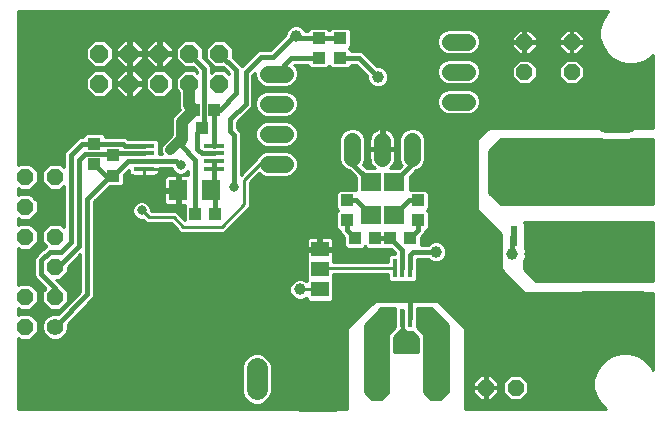
<source format=gbl>
G75*
%MOIN*%
%OFA0B0*%
%FSLAX25Y25*%
%IPPOS*%
%LPD*%
%AMOC8*
5,1,8,0,0,1.08239X$1,22.5*
%
%ADD10R,0.06299X0.07087*%
%ADD11R,0.07087X0.06299*%
%ADD12R,0.07008X0.01654*%
%ADD13R,0.05906X0.05118*%
%ADD14C,0.05600*%
%ADD15OC8,0.05200*%
%ADD16R,0.02362X0.07087*%
%ADD17R,0.04331X0.03937*%
%ADD18R,0.03937X0.04331*%
%ADD19C,0.05600*%
%ADD20OC8,0.05600*%
%ADD21OC8,0.06000*%
%ADD22R,0.01575X0.06299*%
%ADD23R,0.07441X0.06181*%
%ADD24C,0.07050*%
%ADD25C,0.01600*%
%ADD26C,0.03962*%
%ADD27C,0.03175*%
%ADD28C,0.01000*%
%ADD29C,0.04000*%
%ADD30C,0.03200*%
D10*
X0067563Y0094867D03*
X0078587Y0094867D03*
D11*
X0131736Y0097623D03*
X0139610Y0097623D03*
X0139610Y0086600D03*
X0131736Y0086600D03*
D12*
X0079453Y0102052D03*
X0079453Y0104612D03*
X0079453Y0107171D03*
X0079453Y0109730D03*
X0056067Y0109730D03*
X0056067Y0107171D03*
X0056067Y0104612D03*
X0056067Y0102052D03*
D13*
X0114807Y0075182D03*
X0114807Y0068489D03*
X0114807Y0061797D03*
D14*
X0103040Y0103647D02*
X0097440Y0103647D01*
X0097440Y0113647D02*
X0103040Y0113647D01*
X0103040Y0123726D02*
X0097440Y0123726D01*
X0097440Y0133726D02*
X0103040Y0133726D01*
X0125594Y0111368D02*
X0125594Y0105768D01*
X0135594Y0105768D02*
X0135594Y0111368D01*
X0145594Y0111368D02*
X0145594Y0105768D01*
X0158267Y0124434D02*
X0163867Y0124434D01*
X0163867Y0134434D02*
X0158267Y0134434D01*
X0158267Y0144434D02*
X0163867Y0144434D01*
D15*
X0182917Y0144356D03*
X0182917Y0134356D03*
X0198665Y0134356D03*
X0198665Y0144356D03*
X0180043Y0029119D03*
X0170043Y0029119D03*
D16*
X0179354Y0079513D03*
X0184354Y0079513D03*
X0189354Y0079513D03*
X0194354Y0079513D03*
X0194354Y0100773D03*
X0189354Y0100773D03*
X0184354Y0100773D03*
X0179354Y0100773D03*
D17*
X0147484Y0091521D03*
X0147484Y0084828D03*
X0123862Y0084828D03*
X0123862Y0091521D03*
X0121500Y0138962D03*
X0114413Y0138962D03*
X0114413Y0145655D03*
X0121500Y0145655D03*
X0045909Y0106482D03*
X0039610Y0103726D03*
X0045909Y0099789D03*
X0039610Y0110419D03*
D18*
X0068941Y0115734D03*
X0075634Y0115734D03*
X0072878Y0121639D03*
X0079571Y0121639D03*
X0079965Y0086993D03*
X0073272Y0086993D03*
X0126421Y0079119D03*
X0133114Y0079119D03*
X0138232Y0079119D03*
X0144925Y0079119D03*
D19*
X0026500Y0049395D03*
D20*
X0026500Y0059395D03*
X0016500Y0059395D03*
X0016500Y0049395D03*
X0016500Y0069395D03*
X0016500Y0079395D03*
X0016500Y0089395D03*
X0026500Y0089395D03*
X0026500Y0079395D03*
X0026500Y0069395D03*
X0026500Y0099395D03*
X0016500Y0099395D03*
D21*
X0041264Y0130419D03*
X0051264Y0130419D03*
X0061264Y0130419D03*
X0071264Y0130419D03*
X0081264Y0130419D03*
X0081264Y0140419D03*
X0071264Y0140419D03*
X0061264Y0140419D03*
X0051264Y0140419D03*
X0041264Y0140419D03*
D22*
X0139709Y0068883D03*
X0142268Y0068883D03*
X0144827Y0068883D03*
X0147386Y0068883D03*
X0147386Y0052348D03*
X0144827Y0052348D03*
X0142268Y0052348D03*
X0139709Y0052348D03*
D23*
X0143547Y0060615D03*
D24*
X0133705Y0035518D02*
X0133705Y0028468D01*
X0113390Y0028468D02*
X0113390Y0035518D01*
X0093705Y0035518D02*
X0093705Y0028468D01*
X0153390Y0028468D02*
X0153390Y0035518D01*
X0209983Y0058017D02*
X0217033Y0058017D01*
X0217033Y0077702D02*
X0209983Y0077702D01*
X0209983Y0098017D02*
X0217033Y0098017D01*
X0217033Y0117702D02*
X0209983Y0117702D01*
D25*
X0202602Y0118015D02*
X0222287Y0118015D01*
X0222287Y0119613D02*
X0202602Y0119613D01*
X0202602Y0121212D02*
X0222287Y0121212D01*
X0222287Y0122810D02*
X0202602Y0122810D01*
X0202602Y0123608D02*
X0222287Y0123608D01*
X0222287Y0116127D01*
X0202602Y0116127D01*
X0202602Y0123608D01*
X0202602Y0116416D02*
X0222287Y0116416D01*
X0179354Y0079513D02*
X0178980Y0079139D01*
X0178980Y0073608D01*
X0153390Y0074395D02*
X0145909Y0074395D01*
X0144827Y0073312D01*
X0144827Y0068883D01*
X0142268Y0068883D02*
X0142268Y0075084D01*
X0138232Y0079119D01*
X0133114Y0079119D01*
X0126421Y0079119D02*
X0123862Y0081678D01*
X0123862Y0084828D01*
X0126815Y0091521D02*
X0131736Y0086600D01*
X0126815Y0091521D02*
X0123862Y0091521D01*
X0131736Y0097623D02*
X0125594Y0103765D01*
X0125594Y0108568D01*
X0139610Y0097623D02*
X0145594Y0103608D01*
X0145594Y0108568D01*
X0144531Y0091521D02*
X0147484Y0091521D01*
X0144531Y0091521D02*
X0139610Y0086600D01*
X0147484Y0084828D02*
X0147484Y0081678D01*
X0144925Y0079119D01*
X0144827Y0060615D02*
X0143547Y0060615D01*
X0144827Y0060615D02*
X0144827Y0052348D01*
X0119925Y0040930D02*
X0119925Y0022108D01*
X0108114Y0022108D01*
X0108114Y0040930D01*
X0119925Y0040930D01*
X0119925Y0039688D02*
X0108114Y0039688D01*
X0108114Y0038089D02*
X0119925Y0038089D01*
X0119925Y0036491D02*
X0108114Y0036491D01*
X0108114Y0034892D02*
X0119925Y0034892D01*
X0119925Y0033293D02*
X0108114Y0033293D01*
X0108114Y0031695D02*
X0119925Y0031695D01*
X0119925Y0030096D02*
X0108114Y0030096D01*
X0108114Y0028498D02*
X0119925Y0028498D01*
X0119925Y0026899D02*
X0108114Y0026899D01*
X0108114Y0025301D02*
X0119925Y0025301D01*
X0119925Y0023702D02*
X0108114Y0023702D01*
X0037248Y0060143D02*
X0037248Y0092112D01*
X0044925Y0099789D01*
X0045909Y0099789D01*
X0043547Y0099789D01*
X0039610Y0103726D01*
X0036461Y0107072D02*
X0043547Y0107072D01*
X0044138Y0106482D01*
X0045909Y0106482D01*
X0046598Y0107171D01*
X0056067Y0107171D01*
X0056067Y0109730D02*
X0049945Y0109730D01*
X0049256Y0110419D01*
X0039610Y0110419D01*
X0035476Y0110419D01*
X0031736Y0106678D01*
X0031736Y0077545D01*
X0028587Y0074395D01*
X0024650Y0074395D01*
X0021894Y0071639D01*
X0021894Y0066915D01*
X0026500Y0062308D01*
X0026500Y0059395D01*
X0022866Y0062266D02*
X0021900Y0061300D01*
X0021900Y0060615D01*
X0021100Y0060615D01*
X0021100Y0061300D01*
X0018405Y0063995D01*
X0014595Y0063995D01*
X0014489Y0063889D01*
X0014489Y0074901D01*
X0014595Y0074795D01*
X0018405Y0074795D01*
X0021100Y0077490D01*
X0021100Y0081300D01*
X0018405Y0083995D01*
X0014595Y0083995D01*
X0014489Y0083889D01*
X0014489Y0084901D01*
X0014595Y0084795D01*
X0018405Y0084795D01*
X0021100Y0087490D01*
X0021100Y0091300D01*
X0018405Y0093995D01*
X0014595Y0093995D01*
X0014489Y0093889D01*
X0014489Y0094901D01*
X0014595Y0094795D01*
X0018405Y0094795D01*
X0021100Y0097490D01*
X0021100Y0101300D01*
X0018478Y0103923D01*
X0024522Y0103923D01*
X0021900Y0101300D01*
X0021900Y0097490D01*
X0024595Y0094795D01*
X0028405Y0094795D01*
X0029136Y0095526D01*
X0029136Y0083264D01*
X0028405Y0083995D01*
X0024595Y0083995D01*
X0021900Y0081300D01*
X0021900Y0077490D01*
X0022984Y0076406D01*
X0022445Y0075868D01*
X0020421Y0073843D01*
X0019690Y0073112D01*
X0019294Y0072156D01*
X0019294Y0066397D01*
X0019690Y0065442D01*
X0022866Y0062266D01*
X0022666Y0062067D02*
X0020334Y0062067D01*
X0021466Y0063665D02*
X0018735Y0063665D01*
X0019868Y0065264D02*
X0014489Y0065264D01*
X0014489Y0066862D02*
X0019294Y0066862D01*
X0019294Y0068461D02*
X0014489Y0068461D01*
X0014489Y0070059D02*
X0019294Y0070059D01*
X0019294Y0071658D02*
X0014489Y0071658D01*
X0014489Y0073256D02*
X0019834Y0073256D01*
X0018465Y0074855D02*
X0021432Y0074855D01*
X0020064Y0076453D02*
X0022936Y0076453D01*
X0021900Y0078052D02*
X0021100Y0078052D01*
X0021100Y0079650D02*
X0021900Y0079650D01*
X0021900Y0081249D02*
X0021100Y0081249D01*
X0019553Y0082847D02*
X0023447Y0082847D01*
X0019655Y0086044D02*
X0029136Y0086044D01*
X0029136Y0084446D02*
X0014489Y0084446D01*
X0021100Y0087643D02*
X0029136Y0087643D01*
X0029136Y0089241D02*
X0021100Y0089241D01*
X0021100Y0090840D02*
X0029136Y0090840D01*
X0029136Y0092438D02*
X0019962Y0092438D01*
X0019246Y0095635D02*
X0023754Y0095635D01*
X0022156Y0097234D02*
X0020844Y0097234D01*
X0021100Y0098832D02*
X0021900Y0098832D01*
X0021900Y0100431D02*
X0021100Y0100431D01*
X0020371Y0102029D02*
X0022629Y0102029D01*
X0024228Y0103628D02*
X0018772Y0103628D01*
X0014489Y0094037D02*
X0029136Y0094037D01*
X0034492Y0105104D02*
X0036461Y0107072D01*
X0034492Y0105104D02*
X0034492Y0076363D01*
X0027524Y0069395D01*
X0026500Y0069395D01*
X0014535Y0074855D02*
X0014489Y0074855D01*
X0037248Y0060143D02*
X0026500Y0049395D01*
X0073075Y0087190D02*
X0073075Y0105104D01*
X0068350Y0109828D01*
X0068350Y0111403D01*
X0073862Y0113962D02*
X0073862Y0108647D01*
X0075339Y0107171D01*
X0079453Y0107171D01*
X0079453Y0109730D02*
X0079571Y0109848D01*
X0079571Y0121639D01*
X0081343Y0121639D01*
X0086854Y0127151D01*
X0086854Y0134828D01*
X0081264Y0140419D01*
X0076224Y0135458D02*
X0071264Y0140419D01*
X0076224Y0135458D02*
X0076224Y0116324D01*
X0075634Y0115734D01*
X0073862Y0113962D01*
X0079453Y0104612D02*
X0079453Y0102052D01*
X0079453Y0096127D01*
X0078587Y0094867D01*
X0079965Y0093883D01*
X0079965Y0086993D01*
X0073272Y0086993D02*
X0073075Y0087190D01*
X0086067Y0096049D02*
X0086067Y0113371D01*
X0084886Y0114552D01*
X0084886Y0118489D01*
X0090004Y0123608D01*
X0090004Y0134238D01*
X0095122Y0139356D01*
X0099059Y0139356D01*
X0106146Y0146442D01*
X0106933Y0146442D01*
X0107720Y0145655D01*
X0114413Y0145655D01*
X0121500Y0145655D01*
X0121500Y0138962D02*
X0127799Y0138962D01*
X0134098Y0132663D01*
X0114413Y0138962D02*
X0105083Y0138962D01*
X0100240Y0133726D01*
X0068350Y0103135D02*
X0066874Y0104612D01*
X0056067Y0104612D01*
X0050732Y0104612D01*
X0045909Y0099789D01*
X0202602Y0060615D02*
X0202602Y0052741D01*
X0222287Y0052741D01*
X0222287Y0060615D01*
X0202602Y0060615D01*
X0202602Y0060468D02*
X0222287Y0060468D01*
X0222287Y0058870D02*
X0202602Y0058870D01*
X0202602Y0057271D02*
X0222287Y0057271D01*
X0222287Y0055673D02*
X0202602Y0055673D01*
X0202602Y0054074D02*
X0222287Y0054074D01*
D26*
X0178980Y0073608D03*
X0153390Y0074395D03*
X0143547Y0045655D03*
X0141185Y0042505D03*
X0145909Y0042505D03*
X0108114Y0061797D03*
X0068350Y0111403D03*
X0106933Y0146442D03*
X0134098Y0132663D03*
D27*
X0155358Y0151167D03*
X0096303Y0151167D03*
X0076618Y0151167D03*
X0056933Y0151167D03*
X0037248Y0151167D03*
X0017563Y0151167D03*
X0017563Y0131482D03*
X0017563Y0111797D03*
X0045122Y0092112D03*
X0049059Y0092112D03*
X0055358Y0088175D03*
X0052996Y0084238D03*
X0047091Y0084238D03*
X0041185Y0084238D03*
X0066776Y0078332D03*
X0066776Y0074395D03*
X0074650Y0074395D03*
X0082524Y0074395D03*
X0094335Y0086206D03*
X0086067Y0096049D03*
X0068350Y0103135D03*
X0064807Y0108253D03*
X0114020Y0101954D03*
X0114020Y0090143D03*
X0106146Y0070458D03*
X0141579Y0062190D03*
X0145516Y0062190D03*
X0163232Y0068489D03*
X0171106Y0060615D03*
X0178980Y0052741D03*
X0184492Y0073608D03*
X0188429Y0073608D03*
X0192366Y0073608D03*
X0196303Y0073608D03*
X0195122Y0094474D03*
X0191185Y0094474D03*
X0187248Y0094474D03*
X0183311Y0094474D03*
X0179374Y0094474D03*
X0222287Y0044867D03*
X0202602Y0025182D03*
D28*
X0014189Y0021808D02*
X0014189Y0045625D01*
X0014719Y0045095D01*
X0018281Y0045095D01*
X0020800Y0047614D01*
X0020800Y0051176D01*
X0018281Y0053695D01*
X0014719Y0053695D01*
X0014189Y0053165D01*
X0014189Y0055625D01*
X0014719Y0055095D01*
X0018281Y0055095D01*
X0020800Y0057614D01*
X0020800Y0061176D01*
X0018281Y0063695D01*
X0014719Y0063695D01*
X0014189Y0063165D01*
X0014189Y0065625D01*
X0014719Y0065095D01*
X0016100Y0065095D01*
X0016100Y0068995D01*
X0016900Y0068995D01*
X0016900Y0065095D01*
X0018281Y0065095D01*
X0019594Y0066408D01*
X0019594Y0065962D01*
X0023290Y0062266D01*
X0022200Y0061176D01*
X0022200Y0057614D01*
X0024719Y0055095D01*
X0028281Y0055095D01*
X0030800Y0057614D01*
X0030800Y0061176D01*
X0028800Y0063176D01*
X0028800Y0063261D01*
X0027453Y0064608D01*
X0026966Y0065095D01*
X0028281Y0065095D01*
X0030800Y0067614D01*
X0030800Y0069419D01*
X0034948Y0073567D01*
X0034948Y0061096D01*
X0027491Y0053639D01*
X0027355Y0053695D01*
X0025645Y0053695D01*
X0024064Y0053040D01*
X0022855Y0051831D01*
X0022200Y0050250D01*
X0022200Y0048540D01*
X0022855Y0046959D01*
X0024064Y0045750D01*
X0025645Y0045095D01*
X0027355Y0045095D01*
X0028936Y0045750D01*
X0030145Y0046959D01*
X0030800Y0048540D01*
X0030800Y0050250D01*
X0030744Y0050386D01*
X0038201Y0057843D01*
X0039548Y0059190D01*
X0039548Y0091159D01*
X0044709Y0096320D01*
X0048696Y0096320D01*
X0049575Y0097199D01*
X0049575Y0100201D01*
X0051063Y0101690D01*
X0051063Y0101028D01*
X0051165Y0100647D01*
X0051363Y0100305D01*
X0051642Y0100025D01*
X0051984Y0099828D01*
X0052366Y0099726D01*
X0056067Y0099726D01*
X0059768Y0099726D01*
X0060150Y0099828D01*
X0060492Y0100025D01*
X0060771Y0100305D01*
X0060969Y0100647D01*
X0061071Y0101028D01*
X0061071Y0102052D01*
X0056067Y0102052D01*
X0056067Y0099726D01*
X0056067Y0102052D01*
X0056067Y0102052D01*
X0056067Y0102053D01*
X0061071Y0102053D01*
X0061071Y0102312D01*
X0065350Y0102312D01*
X0065733Y0101386D01*
X0066602Y0100518D01*
X0067736Y0100048D01*
X0068965Y0100048D01*
X0070099Y0100518D01*
X0070775Y0101193D01*
X0070775Y0099911D01*
X0068063Y0099911D01*
X0068063Y0095367D01*
X0067063Y0095367D01*
X0067063Y0094367D01*
X0068063Y0094367D01*
X0068063Y0089824D01*
X0069847Y0089824D01*
X0069803Y0089780D01*
X0069803Y0084826D01*
X0066817Y0087812D01*
X0058549Y0087812D01*
X0058446Y0087916D01*
X0058446Y0088789D01*
X0057976Y0089923D01*
X0057107Y0090792D01*
X0055972Y0091262D01*
X0054744Y0091262D01*
X0053609Y0090792D01*
X0052741Y0089923D01*
X0052271Y0088789D01*
X0052271Y0087560D01*
X0052741Y0086426D01*
X0053609Y0085557D01*
X0054744Y0085087D01*
X0055617Y0085087D01*
X0055720Y0084984D01*
X0056892Y0083812D01*
X0065160Y0083812D01*
X0067138Y0081834D01*
X0068309Y0080663D01*
X0082958Y0080663D01*
X0090439Y0088143D01*
X0091610Y0089315D01*
X0091610Y0097582D01*
X0094517Y0100489D01*
X0095004Y0100002D01*
X0096585Y0099347D01*
X0103895Y0099347D01*
X0105476Y0100002D01*
X0106686Y0101211D01*
X0107340Y0102792D01*
X0107340Y0104502D01*
X0106686Y0106083D01*
X0105476Y0107292D01*
X0103895Y0107947D01*
X0096585Y0107947D01*
X0095004Y0107292D01*
X0093795Y0106083D01*
X0093329Y0104958D01*
X0092846Y0104475D01*
X0088367Y0099996D01*
X0088367Y0114324D01*
X0087186Y0115505D01*
X0087186Y0117537D01*
X0092304Y0122655D01*
X0092304Y0133285D01*
X0093140Y0134121D01*
X0093140Y0132870D01*
X0093795Y0131290D01*
X0095004Y0130080D01*
X0096585Y0129426D01*
X0103895Y0129426D01*
X0105476Y0130080D01*
X0106686Y0131290D01*
X0107340Y0132870D01*
X0107340Y0134581D01*
X0106686Y0136161D01*
X0106185Y0136662D01*
X0110748Y0136662D01*
X0110748Y0136372D01*
X0111627Y0135493D01*
X0117200Y0135493D01*
X0117957Y0136250D01*
X0118713Y0135493D01*
X0124287Y0135493D01*
X0125165Y0136372D01*
X0125165Y0136662D01*
X0126847Y0136662D01*
X0130617Y0132891D01*
X0130617Y0131970D01*
X0131147Y0130691D01*
X0132127Y0129712D01*
X0133406Y0129182D01*
X0134791Y0129182D01*
X0136070Y0129712D01*
X0137050Y0130691D01*
X0137580Y0131970D01*
X0137580Y0133355D01*
X0137050Y0134635D01*
X0136070Y0135614D01*
X0134791Y0136144D01*
X0133870Y0136144D01*
X0128752Y0141262D01*
X0125165Y0141262D01*
X0125165Y0141552D01*
X0124409Y0142308D01*
X0125165Y0143065D01*
X0125165Y0148245D01*
X0124287Y0149123D01*
X0118713Y0149123D01*
X0117957Y0148367D01*
X0117200Y0149123D01*
X0111627Y0149123D01*
X0110748Y0148245D01*
X0110748Y0147955D01*
X0110074Y0147955D01*
X0109884Y0148414D01*
X0108905Y0149393D01*
X0107626Y0149923D01*
X0106241Y0149923D01*
X0104961Y0149393D01*
X0103982Y0148414D01*
X0103452Y0147135D01*
X0103452Y0147001D01*
X0098106Y0141656D01*
X0094169Y0141656D01*
X0089051Y0136537D01*
X0088724Y0136211D01*
X0085764Y0139171D01*
X0085764Y0142283D01*
X0083128Y0144919D01*
X0079400Y0144919D01*
X0076764Y0142283D01*
X0076764Y0138555D01*
X0079400Y0135919D01*
X0082511Y0135919D01*
X0084554Y0133875D01*
X0084554Y0133492D01*
X0083128Y0134919D01*
X0079400Y0134919D01*
X0078524Y0134043D01*
X0078524Y0136411D01*
X0075764Y0139171D01*
X0075764Y0142283D01*
X0073128Y0144919D01*
X0069400Y0144919D01*
X0066764Y0142283D01*
X0066764Y0138555D01*
X0069400Y0135919D01*
X0072511Y0135919D01*
X0073924Y0134505D01*
X0073924Y0134122D01*
X0073128Y0134919D01*
X0069400Y0134919D01*
X0066764Y0132283D01*
X0066764Y0128555D01*
X0067764Y0127555D01*
X0067764Y0122557D01*
X0068081Y0121792D01*
X0066958Y0120669D01*
X0065974Y0119685D01*
X0065505Y0118553D01*
X0065472Y0118520D01*
X0065472Y0118474D01*
X0065441Y0118398D01*
X0065441Y0113443D01*
X0065383Y0113385D01*
X0065262Y0113092D01*
X0062179Y0110009D01*
X0061707Y0108870D01*
X0061707Y0107637D01*
X0062007Y0106912D01*
X0061071Y0106912D01*
X0061071Y0111178D01*
X0060192Y0112056D01*
X0051942Y0112056D01*
X0051915Y0112030D01*
X0050898Y0112030D01*
X0050209Y0112719D01*
X0043276Y0112719D01*
X0043276Y0113008D01*
X0042397Y0113887D01*
X0036824Y0113887D01*
X0035945Y0113008D01*
X0035945Y0112719D01*
X0034524Y0112719D01*
X0033176Y0111371D01*
X0029436Y0107631D01*
X0029436Y0102540D01*
X0028281Y0103695D01*
X0024719Y0103695D01*
X0022200Y0101176D01*
X0022200Y0097614D01*
X0024719Y0095095D01*
X0028281Y0095095D01*
X0029436Y0096250D01*
X0029436Y0092540D01*
X0028281Y0093695D01*
X0026900Y0093695D01*
X0026900Y0089795D01*
X0026100Y0089795D01*
X0026100Y0093695D01*
X0024719Y0093695D01*
X0022200Y0091176D01*
X0022200Y0089795D01*
X0026100Y0089795D01*
X0026100Y0088995D01*
X0022200Y0088995D01*
X0022200Y0087614D01*
X0024719Y0085095D01*
X0026100Y0085095D01*
X0026100Y0088995D01*
X0026900Y0088995D01*
X0026900Y0085095D01*
X0028281Y0085095D01*
X0029436Y0086250D01*
X0029436Y0082540D01*
X0028281Y0083695D01*
X0024719Y0083695D01*
X0022200Y0081176D01*
X0022200Y0077614D01*
X0023408Y0076406D01*
X0022350Y0075348D01*
X0020941Y0073939D01*
X0019594Y0072592D01*
X0019594Y0072382D01*
X0018281Y0073695D01*
X0016900Y0073695D01*
X0016900Y0069795D01*
X0016100Y0069795D01*
X0016100Y0073695D01*
X0014719Y0073695D01*
X0014189Y0073165D01*
X0014189Y0075625D01*
X0014719Y0075095D01*
X0018281Y0075095D01*
X0020800Y0077614D01*
X0020800Y0081176D01*
X0018281Y0083695D01*
X0014719Y0083695D01*
X0014189Y0083165D01*
X0014189Y0085625D01*
X0014719Y0085095D01*
X0018281Y0085095D01*
X0020800Y0087614D01*
X0020800Y0091176D01*
X0018281Y0093695D01*
X0014719Y0093695D01*
X0014189Y0093165D01*
X0014189Y0095625D01*
X0014719Y0095095D01*
X0018281Y0095095D01*
X0020800Y0097614D01*
X0020800Y0101176D01*
X0018281Y0103695D01*
X0014719Y0103695D01*
X0014189Y0103165D01*
X0014189Y0154541D01*
X0210946Y0154541D01*
X0210024Y0153619D01*
X0208654Y0151246D01*
X0207945Y0148600D01*
X0207945Y0145860D01*
X0208654Y0143213D01*
X0210024Y0140840D01*
X0211961Y0138903D01*
X0214334Y0137533D01*
X0216980Y0136824D01*
X0219720Y0136824D01*
X0222367Y0137533D01*
X0224740Y0138903D01*
X0225661Y0139825D01*
X0225661Y0115734D01*
X0221670Y0115734D01*
X0221690Y0115773D01*
X0221934Y0116525D01*
X0222041Y0117202D01*
X0214008Y0117202D01*
X0214008Y0118202D01*
X0222041Y0118202D01*
X0221934Y0118879D01*
X0221690Y0119631D01*
X0221331Y0120336D01*
X0220866Y0120976D01*
X0220306Y0121535D01*
X0219667Y0122000D01*
X0218962Y0122359D01*
X0218210Y0122603D01*
X0217428Y0122727D01*
X0214008Y0122727D01*
X0214008Y0118202D01*
X0213008Y0118202D01*
X0213008Y0122727D01*
X0209587Y0122727D01*
X0208806Y0122603D01*
X0208054Y0122359D01*
X0207349Y0122000D01*
X0206709Y0121535D01*
X0206150Y0120976D01*
X0205685Y0120336D01*
X0205326Y0119631D01*
X0205082Y0118879D01*
X0204974Y0118202D01*
X0213008Y0118202D01*
X0213008Y0117202D01*
X0204974Y0117202D01*
X0205082Y0116525D01*
X0205326Y0115773D01*
X0205346Y0115734D01*
X0171106Y0115734D01*
X0167169Y0111797D01*
X0167169Y0088175D01*
X0175043Y0080300D01*
X0175043Y0068489D01*
X0182917Y0060615D01*
X0205667Y0060615D01*
X0205326Y0059946D01*
X0205082Y0059194D01*
X0204974Y0058517D01*
X0213008Y0058517D01*
X0213008Y0057517D01*
X0214008Y0057517D01*
X0214008Y0058517D01*
X0222041Y0058517D01*
X0221934Y0059194D01*
X0221690Y0059946D01*
X0221349Y0060615D01*
X0225661Y0060615D01*
X0225661Y0035039D01*
X0224708Y0036690D01*
X0222771Y0038627D01*
X0220398Y0039997D01*
X0217752Y0040706D01*
X0215012Y0040706D01*
X0212366Y0039997D01*
X0209993Y0038627D01*
X0208055Y0036690D01*
X0206685Y0034317D01*
X0205976Y0031670D01*
X0205976Y0028931D01*
X0206685Y0026284D01*
X0208055Y0023911D01*
X0209993Y0021974D01*
X0210280Y0021808D01*
X0163232Y0021808D01*
X0163232Y0048804D01*
X0154177Y0057860D01*
X0148768Y0057860D01*
X0148768Y0060115D01*
X0144047Y0060115D01*
X0144047Y0061115D01*
X0148768Y0061115D01*
X0148768Y0063903D01*
X0148665Y0064285D01*
X0148652Y0064309D01*
X0148752Y0064336D01*
X0149094Y0064533D01*
X0149374Y0064813D01*
X0149571Y0065155D01*
X0149673Y0065536D01*
X0149673Y0068883D01*
X0147386Y0068883D01*
X0147386Y0068883D01*
X0149673Y0068883D01*
X0149673Y0072095D01*
X0150767Y0072095D01*
X0151418Y0071444D01*
X0151421Y0071442D01*
X0151421Y0057860D01*
X0135673Y0057860D01*
X0135673Y0066883D01*
X0137421Y0066883D01*
X0137421Y0065112D01*
X0138300Y0064234D01*
X0146235Y0064234D01*
X0147114Y0065112D01*
X0147114Y0067918D01*
X0147127Y0067930D01*
X0147127Y0072095D01*
X0150767Y0072095D01*
X0151418Y0071444D01*
X0152697Y0070914D01*
X0154082Y0070914D01*
X0155362Y0071444D01*
X0156341Y0072423D01*
X0156871Y0073703D01*
X0156871Y0075087D01*
X0156341Y0076367D01*
X0155362Y0077346D01*
X0154082Y0077876D01*
X0152697Y0077876D01*
X0151418Y0077346D01*
X0150767Y0076695D01*
X0148394Y0076695D01*
X0148394Y0079335D01*
X0148437Y0079378D01*
X0149784Y0080726D01*
X0149784Y0081360D01*
X0150271Y0081360D01*
X0151150Y0082238D01*
X0151150Y0087418D01*
X0150393Y0088174D01*
X0151150Y0088931D01*
X0151150Y0094111D01*
X0150271Y0094989D01*
X0144698Y0094989D01*
X0144654Y0094945D01*
X0144654Y0099414D01*
X0146547Y0101308D01*
X0146890Y0101651D01*
X0148030Y0102123D01*
X0149240Y0103332D01*
X0149894Y0104913D01*
X0149894Y0112224D01*
X0149240Y0113804D01*
X0148030Y0115014D01*
X0146450Y0115668D01*
X0144739Y0115668D01*
X0143159Y0115014D01*
X0141949Y0113804D01*
X0141294Y0112224D01*
X0141294Y0104913D01*
X0141949Y0103332D01*
X0142008Y0103274D01*
X0141007Y0102273D01*
X0138099Y0102273D01*
X0138396Y0102488D01*
X0138874Y0102967D01*
X0139272Y0103515D01*
X0139579Y0104118D01*
X0139789Y0104761D01*
X0139894Y0105430D01*
X0139894Y0108168D01*
X0135995Y0108168D01*
X0135995Y0108968D01*
X0139894Y0108968D01*
X0139894Y0111707D01*
X0139789Y0112375D01*
X0139579Y0113019D01*
X0139272Y0113622D01*
X0138874Y0114169D01*
X0138396Y0114648D01*
X0137848Y0115046D01*
X0137245Y0115353D01*
X0136601Y0115562D01*
X0135994Y0115658D01*
X0135994Y0108968D01*
X0135194Y0108968D01*
X0135194Y0108168D01*
X0131294Y0108168D01*
X0131294Y0105430D01*
X0131400Y0104761D01*
X0131610Y0104118D01*
X0131917Y0103515D01*
X0132315Y0102967D01*
X0132793Y0102488D01*
X0133090Y0102273D01*
X0130339Y0102273D01*
X0129252Y0103361D01*
X0129894Y0104913D01*
X0129894Y0112224D01*
X0129240Y0113804D01*
X0128030Y0115014D01*
X0126450Y0115668D01*
X0124739Y0115668D01*
X0123159Y0115014D01*
X0121949Y0113804D01*
X0121294Y0112224D01*
X0121294Y0104913D01*
X0121949Y0103332D01*
X0123159Y0102123D01*
X0124568Y0101539D01*
X0124642Y0101465D01*
X0126693Y0099414D01*
X0126693Y0094945D01*
X0126649Y0094989D01*
X0121076Y0094989D01*
X0120197Y0094111D01*
X0120197Y0088931D01*
X0120953Y0088174D01*
X0120197Y0087418D01*
X0120197Y0082238D01*
X0121076Y0081360D01*
X0121562Y0081360D01*
X0121562Y0080726D01*
X0122910Y0079378D01*
X0122953Y0079335D01*
X0122953Y0076333D01*
X0123831Y0075454D01*
X0129011Y0075454D01*
X0129768Y0076211D01*
X0130524Y0075454D01*
X0138645Y0075454D01*
X0139968Y0074131D01*
X0139968Y0073533D01*
X0138300Y0073533D01*
X0137421Y0072654D01*
X0137421Y0070883D01*
X0119260Y0070883D01*
X0119260Y0071670D01*
X0119058Y0071872D01*
X0119158Y0072044D01*
X0119260Y0072426D01*
X0119260Y0074682D01*
X0115307Y0074682D01*
X0115307Y0075682D01*
X0119260Y0075682D01*
X0119260Y0077939D01*
X0119158Y0078320D01*
X0118960Y0078662D01*
X0118681Y0078942D01*
X0118339Y0079139D01*
X0117957Y0079241D01*
X0115307Y0079241D01*
X0115307Y0075682D01*
X0114307Y0075682D01*
X0114307Y0074682D01*
X0110354Y0074682D01*
X0110354Y0072426D01*
X0110457Y0072044D01*
X0110556Y0071872D01*
X0110354Y0071670D01*
X0110354Y0065309D01*
X0110520Y0065143D01*
X0110354Y0064977D01*
X0110354Y0064479D01*
X0110086Y0064748D01*
X0108807Y0065278D01*
X0107422Y0065278D01*
X0106142Y0064748D01*
X0105163Y0063768D01*
X0104633Y0062489D01*
X0104633Y0061104D01*
X0105163Y0059825D01*
X0106142Y0058845D01*
X0107422Y0058315D01*
X0108807Y0058315D01*
X0110086Y0058845D01*
X0110354Y0059114D01*
X0110354Y0058616D01*
X0111233Y0057737D01*
X0118381Y0057737D01*
X0119260Y0058616D01*
X0119260Y0064977D01*
X0119094Y0065143D01*
X0119260Y0065309D01*
X0119260Y0066883D01*
X0137421Y0066883D01*
X0137421Y0065112D01*
X0138300Y0064234D01*
X0138415Y0064234D01*
X0138327Y0063903D01*
X0138327Y0061115D01*
X0143047Y0061115D01*
X0143047Y0060115D01*
X0138327Y0060115D01*
X0138327Y0057860D01*
X0133311Y0057860D01*
X0123862Y0048804D01*
X0123862Y0021808D01*
X0014189Y0021808D01*
X0014189Y0022301D02*
X0123862Y0022301D01*
X0123862Y0023299D02*
X0014189Y0023299D01*
X0014189Y0024298D02*
X0090769Y0024298D01*
X0090858Y0024208D02*
X0089445Y0025622D01*
X0088680Y0027469D01*
X0088680Y0036518D01*
X0089445Y0038365D01*
X0090858Y0039778D01*
X0092705Y0040543D01*
X0094704Y0040543D01*
X0096551Y0039778D01*
X0097965Y0038365D01*
X0098730Y0036518D01*
X0098730Y0027469D01*
X0097965Y0025622D01*
X0096551Y0024208D01*
X0094704Y0023443D01*
X0092705Y0023443D01*
X0090858Y0024208D01*
X0089770Y0025296D02*
X0014189Y0025296D01*
X0014189Y0026295D02*
X0089166Y0026295D01*
X0088752Y0027293D02*
X0014189Y0027293D01*
X0014189Y0028292D02*
X0088680Y0028292D01*
X0088680Y0029291D02*
X0014189Y0029291D01*
X0014189Y0030289D02*
X0088680Y0030289D01*
X0088680Y0031288D02*
X0014189Y0031288D01*
X0014189Y0032286D02*
X0088680Y0032286D01*
X0088680Y0033285D02*
X0014189Y0033285D01*
X0014189Y0034283D02*
X0088680Y0034283D01*
X0088680Y0035282D02*
X0014189Y0035282D01*
X0014189Y0036280D02*
X0088680Y0036280D01*
X0088995Y0037279D02*
X0014189Y0037279D01*
X0014189Y0038277D02*
X0089408Y0038277D01*
X0090356Y0039276D02*
X0014189Y0039276D01*
X0014189Y0040274D02*
X0092055Y0040274D01*
X0095354Y0040274D02*
X0111765Y0040274D01*
X0111461Y0040175D02*
X0110756Y0039816D01*
X0110116Y0039351D01*
X0109557Y0038792D01*
X0109092Y0038152D01*
X0108733Y0037447D01*
X0108488Y0036695D01*
X0108365Y0035914D01*
X0108365Y0032493D01*
X0112890Y0032493D01*
X0112890Y0031493D01*
X0113890Y0031493D01*
X0113890Y0023460D01*
X0114566Y0023567D01*
X0115319Y0023812D01*
X0116023Y0024171D01*
X0116663Y0024636D01*
X0117223Y0025195D01*
X0117688Y0025835D01*
X0118047Y0026539D01*
X0118291Y0027292D01*
X0118415Y0028073D01*
X0118415Y0031493D01*
X0113890Y0031493D01*
X0113890Y0032493D01*
X0118415Y0032493D01*
X0118415Y0035914D01*
X0118291Y0036695D01*
X0118047Y0037447D01*
X0117688Y0038152D01*
X0117223Y0038792D01*
X0116663Y0039351D01*
X0116023Y0039816D01*
X0115319Y0040175D01*
X0114566Y0040420D01*
X0113890Y0040527D01*
X0113890Y0032493D01*
X0112890Y0032493D01*
X0112890Y0040527D01*
X0112213Y0040420D01*
X0111461Y0040175D01*
X0112890Y0040274D02*
X0113890Y0040274D01*
X0113890Y0039276D02*
X0112890Y0039276D01*
X0112890Y0038277D02*
X0113890Y0038277D01*
X0113890Y0037279D02*
X0112890Y0037279D01*
X0112890Y0036280D02*
X0113890Y0036280D01*
X0113890Y0035282D02*
X0112890Y0035282D01*
X0112890Y0034283D02*
X0113890Y0034283D01*
X0113890Y0033285D02*
X0112890Y0033285D01*
X0112890Y0032286D02*
X0098730Y0032286D01*
X0098730Y0031288D02*
X0108365Y0031288D01*
X0108365Y0031493D02*
X0108365Y0028073D01*
X0108488Y0027292D01*
X0108733Y0026539D01*
X0109092Y0025835D01*
X0109557Y0025195D01*
X0110116Y0024636D01*
X0110756Y0024171D01*
X0111461Y0023812D01*
X0112213Y0023567D01*
X0112890Y0023460D01*
X0112890Y0031493D01*
X0108365Y0031493D01*
X0108365Y0030289D02*
X0098730Y0030289D01*
X0098730Y0029291D02*
X0108365Y0029291D01*
X0108365Y0028292D02*
X0098730Y0028292D01*
X0098657Y0027293D02*
X0108488Y0027293D01*
X0108857Y0026295D02*
X0098243Y0026295D01*
X0097639Y0025296D02*
X0109483Y0025296D01*
X0110581Y0024298D02*
X0096641Y0024298D01*
X0098730Y0033285D02*
X0108365Y0033285D01*
X0108365Y0034283D02*
X0098730Y0034283D01*
X0098730Y0035282D02*
X0108365Y0035282D01*
X0108423Y0036280D02*
X0098730Y0036280D01*
X0098415Y0037279D02*
X0108678Y0037279D01*
X0109183Y0038277D02*
X0098001Y0038277D01*
X0097054Y0039276D02*
X0110041Y0039276D01*
X0115014Y0040274D02*
X0123862Y0040274D01*
X0123862Y0039276D02*
X0116739Y0039276D01*
X0117597Y0038277D02*
X0123862Y0038277D01*
X0123862Y0037279D02*
X0118101Y0037279D01*
X0118357Y0036280D02*
X0123862Y0036280D01*
X0123862Y0035282D02*
X0118415Y0035282D01*
X0118415Y0034283D02*
X0123862Y0034283D01*
X0123862Y0033285D02*
X0118415Y0033285D01*
X0118415Y0031288D02*
X0123862Y0031288D01*
X0123862Y0032286D02*
X0113890Y0032286D01*
X0113890Y0031288D02*
X0112890Y0031288D01*
X0112890Y0030289D02*
X0113890Y0030289D01*
X0113890Y0029291D02*
X0112890Y0029291D01*
X0112890Y0028292D02*
X0113890Y0028292D01*
X0113890Y0027293D02*
X0112890Y0027293D01*
X0112890Y0026295D02*
X0113890Y0026295D01*
X0113890Y0025296D02*
X0112890Y0025296D01*
X0112890Y0024298D02*
X0113890Y0024298D01*
X0116199Y0024298D02*
X0123862Y0024298D01*
X0123862Y0025296D02*
X0117296Y0025296D01*
X0117922Y0026295D02*
X0123862Y0026295D01*
X0123862Y0027293D02*
X0118291Y0027293D01*
X0118415Y0028292D02*
X0123862Y0028292D01*
X0123862Y0029291D02*
X0118415Y0029291D01*
X0118415Y0030289D02*
X0123862Y0030289D01*
X0129768Y0030289D02*
X0137642Y0030289D01*
X0137642Y0029291D02*
X0129768Y0029291D01*
X0129768Y0028292D02*
X0137642Y0028292D01*
X0137642Y0027545D02*
X0135280Y0025182D01*
X0132130Y0025182D01*
X0129768Y0027545D01*
X0129768Y0049986D01*
X0135280Y0055497D01*
X0139980Y0055497D01*
X0139980Y0049175D01*
X0137642Y0046836D01*
X0137642Y0027545D01*
X0137391Y0027293D02*
X0130019Y0027293D01*
X0131017Y0026295D02*
X0136392Y0026295D01*
X0135394Y0025296D02*
X0132016Y0025296D01*
X0129768Y0031288D02*
X0137642Y0031288D01*
X0137642Y0032286D02*
X0129768Y0032286D01*
X0129768Y0033285D02*
X0137642Y0033285D01*
X0137642Y0034283D02*
X0129768Y0034283D01*
X0129768Y0035282D02*
X0137642Y0035282D01*
X0137642Y0036280D02*
X0129768Y0036280D01*
X0129768Y0037279D02*
X0137642Y0037279D01*
X0137642Y0038277D02*
X0129768Y0038277D01*
X0129768Y0039276D02*
X0137642Y0039276D01*
X0137642Y0040274D02*
X0129768Y0040274D01*
X0129768Y0041273D02*
X0137642Y0041273D01*
X0137642Y0042271D02*
X0129768Y0042271D01*
X0129768Y0043270D02*
X0137642Y0043270D01*
X0137642Y0044268D02*
X0129768Y0044268D01*
X0129768Y0045267D02*
X0137642Y0045267D01*
X0137642Y0046265D02*
X0129768Y0046265D01*
X0129768Y0047264D02*
X0138070Y0047264D01*
X0139068Y0048262D02*
X0129768Y0048262D01*
X0129768Y0049261D02*
X0139980Y0049261D01*
X0139980Y0050259D02*
X0130041Y0050259D01*
X0131040Y0051258D02*
X0139980Y0051258D01*
X0139980Y0052256D02*
X0132038Y0052256D01*
X0133037Y0053255D02*
X0139980Y0053255D01*
X0139980Y0054253D02*
X0134035Y0054253D01*
X0135034Y0055252D02*
X0139980Y0055252D01*
X0141996Y0055104D02*
X0142527Y0055104D01*
X0142527Y0051395D01*
X0142539Y0051382D01*
X0142539Y0048577D01*
X0143418Y0047698D01*
X0143472Y0047698D01*
X0143547Y0047623D01*
X0145516Y0047623D01*
X0147484Y0045655D01*
X0147484Y0040930D01*
X0139610Y0040930D01*
X0139610Y0046049D01*
X0141579Y0048017D01*
X0141579Y0048159D01*
X0141996Y0048577D01*
X0141996Y0055104D01*
X0141996Y0054253D02*
X0142527Y0054253D01*
X0142527Y0053255D02*
X0141996Y0053255D01*
X0141996Y0052256D02*
X0142527Y0052256D01*
X0142539Y0051258D02*
X0141996Y0051258D01*
X0141996Y0050259D02*
X0142539Y0050259D01*
X0142539Y0049261D02*
X0141996Y0049261D01*
X0141681Y0048262D02*
X0142854Y0048262D01*
X0140825Y0047264D02*
X0145875Y0047264D01*
X0146874Y0046265D02*
X0139827Y0046265D01*
X0139610Y0045267D02*
X0147484Y0045267D01*
X0147484Y0044268D02*
X0139610Y0044268D01*
X0139610Y0043270D02*
X0147484Y0043270D01*
X0147484Y0042271D02*
X0139610Y0042271D01*
X0139610Y0041273D02*
X0147484Y0041273D01*
X0149453Y0041273D02*
X0157327Y0041273D01*
X0157327Y0042271D02*
X0149453Y0042271D01*
X0149453Y0043270D02*
X0157327Y0043270D01*
X0157327Y0044268D02*
X0149453Y0044268D01*
X0149453Y0045267D02*
X0157327Y0045267D01*
X0157327Y0046265D02*
X0149453Y0046265D01*
X0149453Y0046836D02*
X0147114Y0049175D01*
X0147114Y0051382D01*
X0147127Y0051395D01*
X0147127Y0055497D01*
X0151815Y0055497D01*
X0157327Y0049986D01*
X0157327Y0027545D01*
X0154965Y0025182D01*
X0151815Y0025182D01*
X0149453Y0027545D01*
X0149453Y0046836D01*
X0149025Y0047264D02*
X0157327Y0047264D01*
X0157327Y0048262D02*
X0148026Y0048262D01*
X0147114Y0049261D02*
X0157327Y0049261D01*
X0157053Y0050259D02*
X0147114Y0050259D01*
X0147114Y0051258D02*
X0156055Y0051258D01*
X0155056Y0052256D02*
X0147127Y0052256D01*
X0147127Y0053255D02*
X0154058Y0053255D01*
X0153059Y0054253D02*
X0147127Y0054253D01*
X0147127Y0055252D02*
X0152061Y0055252D01*
X0154788Y0057249D02*
X0205017Y0057249D01*
X0204974Y0057517D02*
X0205082Y0056840D01*
X0205326Y0056088D01*
X0205685Y0055383D01*
X0206150Y0054743D01*
X0206709Y0054184D01*
X0207349Y0053719D01*
X0208054Y0053360D01*
X0208806Y0053116D01*
X0209587Y0052992D01*
X0213008Y0052992D01*
X0213008Y0057517D01*
X0204974Y0057517D01*
X0205273Y0056250D02*
X0155786Y0056250D01*
X0156785Y0055252D02*
X0205781Y0055252D01*
X0206640Y0054253D02*
X0157783Y0054253D01*
X0158782Y0053255D02*
X0208378Y0053255D01*
X0213008Y0053255D02*
X0214008Y0053255D01*
X0214008Y0052992D02*
X0217428Y0052992D01*
X0218210Y0053116D01*
X0218962Y0053360D01*
X0219667Y0053719D01*
X0220306Y0054184D01*
X0220866Y0054743D01*
X0221331Y0055383D01*
X0221690Y0056088D01*
X0221934Y0056840D01*
X0222041Y0057517D01*
X0214008Y0057517D01*
X0214008Y0052992D01*
X0214008Y0054253D02*
X0213008Y0054253D01*
X0213008Y0055252D02*
X0214008Y0055252D01*
X0214008Y0056250D02*
X0213008Y0056250D01*
X0213008Y0057249D02*
X0214008Y0057249D01*
X0214008Y0058247D02*
X0225661Y0058247D01*
X0225661Y0057249D02*
X0221999Y0057249D01*
X0221742Y0056250D02*
X0225661Y0056250D01*
X0225661Y0055252D02*
X0221235Y0055252D01*
X0220376Y0054253D02*
X0225661Y0054253D01*
X0225661Y0053255D02*
X0218637Y0053255D01*
X0221917Y0059246D02*
X0225661Y0059246D01*
X0225661Y0060244D02*
X0221538Y0060244D01*
X0225661Y0064552D02*
X0186854Y0064552D01*
X0182917Y0068489D01*
X0182917Y0071403D01*
X0183461Y0072716D01*
X0183461Y0074499D01*
X0183035Y0075527D01*
X0183035Y0083554D01*
X0182917Y0083839D01*
X0182917Y0084238D01*
X0225661Y0084237D01*
X0225661Y0064552D01*
X0225661Y0065237D02*
X0186170Y0065237D01*
X0185171Y0066235D02*
X0225661Y0066235D01*
X0225661Y0067234D02*
X0184173Y0067234D01*
X0183174Y0068232D02*
X0225661Y0068232D01*
X0225661Y0069231D02*
X0182917Y0069231D01*
X0182917Y0070229D02*
X0225661Y0070229D01*
X0225661Y0071228D02*
X0182917Y0071228D01*
X0183259Y0072226D02*
X0225661Y0072226D01*
X0225661Y0073225D02*
X0183461Y0073225D01*
X0183461Y0074224D02*
X0225661Y0074224D01*
X0225661Y0075222D02*
X0183162Y0075222D01*
X0183035Y0076221D02*
X0225661Y0076221D01*
X0225661Y0077219D02*
X0183035Y0077219D01*
X0183035Y0078218D02*
X0225661Y0078218D01*
X0225661Y0079216D02*
X0183035Y0079216D01*
X0183035Y0080215D02*
X0225661Y0080215D01*
X0225661Y0081213D02*
X0183035Y0081213D01*
X0183035Y0082212D02*
X0225661Y0082212D01*
X0225661Y0083210D02*
X0183035Y0083210D01*
X0182917Y0084209D02*
X0225661Y0084209D01*
X0225661Y0090143D02*
X0175043Y0090143D01*
X0171106Y0094080D01*
X0171106Y0107860D01*
X0175043Y0111797D01*
X0208496Y0111797D01*
X0208784Y0111677D01*
X0218231Y0111677D01*
X0218520Y0111797D01*
X0225661Y0111797D01*
X0225661Y0090143D01*
X0225661Y0090200D02*
X0174987Y0090200D01*
X0173988Y0091198D02*
X0225661Y0091198D01*
X0225661Y0092197D02*
X0172990Y0092197D01*
X0171991Y0093195D02*
X0225661Y0093195D01*
X0225661Y0094194D02*
X0171106Y0094194D01*
X0171106Y0095192D02*
X0225661Y0095192D01*
X0225661Y0096191D02*
X0171106Y0096191D01*
X0171106Y0097189D02*
X0225661Y0097189D01*
X0225661Y0098188D02*
X0171106Y0098188D01*
X0171106Y0099186D02*
X0225661Y0099186D01*
X0225661Y0100185D02*
X0171106Y0100185D01*
X0171106Y0101183D02*
X0225661Y0101183D01*
X0225661Y0102182D02*
X0171106Y0102182D01*
X0171106Y0103180D02*
X0225661Y0103180D01*
X0225661Y0104179D02*
X0171106Y0104179D01*
X0171106Y0105177D02*
X0225661Y0105177D01*
X0225661Y0106176D02*
X0171106Y0106176D01*
X0171106Y0107174D02*
X0225661Y0107174D01*
X0225661Y0108173D02*
X0171420Y0108173D01*
X0172418Y0109171D02*
X0225661Y0109171D01*
X0225661Y0110170D02*
X0173417Y0110170D01*
X0174415Y0111168D02*
X0225661Y0111168D01*
X0225661Y0116161D02*
X0221816Y0116161D01*
X0222035Y0117159D02*
X0225661Y0117159D01*
X0225661Y0118158D02*
X0214008Y0118158D01*
X0214008Y0119157D02*
X0213008Y0119157D01*
X0213008Y0120155D02*
X0214008Y0120155D01*
X0214008Y0121154D02*
X0213008Y0121154D01*
X0213008Y0122152D02*
X0214008Y0122152D01*
X0213008Y0118158D02*
X0087807Y0118158D01*
X0087186Y0117159D02*
X0094872Y0117159D01*
X0095004Y0117292D02*
X0093795Y0116083D01*
X0093140Y0114502D01*
X0093140Y0112792D01*
X0093795Y0111211D01*
X0095004Y0110002D01*
X0096585Y0109347D01*
X0103895Y0109347D01*
X0105476Y0110002D01*
X0106686Y0111211D01*
X0107340Y0112792D01*
X0107340Y0114502D01*
X0106686Y0116083D01*
X0105476Y0117292D01*
X0103895Y0117947D01*
X0096585Y0117947D01*
X0095004Y0117292D01*
X0093873Y0116161D02*
X0087186Y0116161D01*
X0087528Y0115162D02*
X0093414Y0115162D01*
X0093140Y0114164D02*
X0088367Y0114164D01*
X0088367Y0113165D02*
X0093140Y0113165D01*
X0093399Y0112167D02*
X0088367Y0112167D01*
X0088367Y0111168D02*
X0093838Y0111168D01*
X0094836Y0110170D02*
X0088367Y0110170D01*
X0088367Y0109171D02*
X0121294Y0109171D01*
X0121294Y0108173D02*
X0088367Y0108173D01*
X0088367Y0107174D02*
X0094886Y0107174D01*
X0093888Y0106176D02*
X0088367Y0106176D01*
X0088367Y0105177D02*
X0093420Y0105177D01*
X0092550Y0104179D02*
X0088367Y0104179D01*
X0088367Y0103180D02*
X0091551Y0103180D01*
X0090553Y0102182D02*
X0088367Y0102182D01*
X0088367Y0101183D02*
X0089554Y0101183D01*
X0088556Y0100185D02*
X0088367Y0100185D01*
X0089610Y0098411D02*
X0094846Y0103647D01*
X0100240Y0103647D01*
X0094821Y0100185D02*
X0094213Y0100185D01*
X0093214Y0099186D02*
X0126693Y0099186D01*
X0126693Y0098188D02*
X0092216Y0098188D01*
X0091610Y0097189D02*
X0126693Y0097189D01*
X0126693Y0096191D02*
X0091610Y0096191D01*
X0091610Y0095192D02*
X0126693Y0095192D01*
X0125922Y0100185D02*
X0105659Y0100185D01*
X0106658Y0101183D02*
X0124924Y0101183D01*
X0123100Y0102182D02*
X0107088Y0102182D01*
X0107340Y0103180D02*
X0122101Y0103180D01*
X0121599Y0104179D02*
X0107340Y0104179D01*
X0107061Y0105177D02*
X0121294Y0105177D01*
X0121294Y0106176D02*
X0106592Y0106176D01*
X0105594Y0107174D02*
X0121294Y0107174D01*
X0121294Y0110170D02*
X0105644Y0110170D01*
X0106643Y0111168D02*
X0121294Y0111168D01*
X0121294Y0112167D02*
X0107081Y0112167D01*
X0107340Y0113165D02*
X0121685Y0113165D01*
X0122309Y0114164D02*
X0107340Y0114164D01*
X0107067Y0115162D02*
X0123518Y0115162D01*
X0127671Y0115162D02*
X0133570Y0115162D01*
X0133341Y0115046D02*
X0132793Y0114648D01*
X0132315Y0114169D01*
X0131917Y0113622D01*
X0131610Y0113019D01*
X0131400Y0112375D01*
X0131294Y0111707D01*
X0131294Y0108968D01*
X0135194Y0108968D01*
X0135194Y0115658D01*
X0134588Y0115562D01*
X0133944Y0115353D01*
X0133341Y0115046D01*
X0132311Y0114164D02*
X0128880Y0114164D01*
X0129504Y0113165D02*
X0131684Y0113165D01*
X0131367Y0112167D02*
X0129894Y0112167D01*
X0129894Y0111168D02*
X0131294Y0111168D01*
X0131294Y0110170D02*
X0129894Y0110170D01*
X0129894Y0109171D02*
X0131294Y0109171D01*
X0129894Y0108173D02*
X0135194Y0108173D01*
X0135995Y0108173D02*
X0141294Y0108173D01*
X0141294Y0109171D02*
X0139894Y0109171D01*
X0139894Y0110170D02*
X0141294Y0110170D01*
X0141294Y0111168D02*
X0139894Y0111168D01*
X0139822Y0112167D02*
X0141294Y0112167D01*
X0141685Y0113165D02*
X0139505Y0113165D01*
X0138878Y0114164D02*
X0142309Y0114164D01*
X0143518Y0115162D02*
X0137619Y0115162D01*
X0135994Y0115162D02*
X0135194Y0115162D01*
X0135194Y0114164D02*
X0135994Y0114164D01*
X0135994Y0113165D02*
X0135194Y0113165D01*
X0135194Y0112167D02*
X0135994Y0112167D01*
X0135994Y0111168D02*
X0135194Y0111168D01*
X0135194Y0110170D02*
X0135994Y0110170D01*
X0135994Y0109171D02*
X0135194Y0109171D01*
X0131294Y0107174D02*
X0129894Y0107174D01*
X0129894Y0106176D02*
X0131294Y0106176D01*
X0131334Y0105177D02*
X0129894Y0105177D01*
X0129590Y0104179D02*
X0131590Y0104179D01*
X0132160Y0103180D02*
X0129432Y0103180D01*
X0139029Y0103180D02*
X0141915Y0103180D01*
X0141599Y0104179D02*
X0139599Y0104179D01*
X0139854Y0105177D02*
X0141294Y0105177D01*
X0141294Y0106176D02*
X0139894Y0106176D01*
X0139894Y0107174D02*
X0141294Y0107174D01*
X0146423Y0101183D02*
X0167169Y0101183D01*
X0167169Y0100185D02*
X0145424Y0100185D01*
X0144654Y0099186D02*
X0167169Y0099186D01*
X0167169Y0098188D02*
X0144654Y0098188D01*
X0144654Y0097189D02*
X0167169Y0097189D01*
X0167169Y0096191D02*
X0144654Y0096191D01*
X0144654Y0095192D02*
X0167169Y0095192D01*
X0167169Y0094194D02*
X0151067Y0094194D01*
X0151150Y0093195D02*
X0167169Y0093195D01*
X0167169Y0092197D02*
X0151150Y0092197D01*
X0151150Y0091198D02*
X0167169Y0091198D01*
X0167169Y0090200D02*
X0151150Y0090200D01*
X0151150Y0089201D02*
X0167169Y0089201D01*
X0167169Y0088203D02*
X0150421Y0088203D01*
X0151150Y0087204D02*
X0168140Y0087204D01*
X0169138Y0086206D02*
X0151150Y0086206D01*
X0151150Y0085207D02*
X0170137Y0085207D01*
X0171135Y0084209D02*
X0151150Y0084209D01*
X0151150Y0083210D02*
X0172134Y0083210D01*
X0173132Y0082212D02*
X0151123Y0082212D01*
X0149784Y0081213D02*
X0174131Y0081213D01*
X0175043Y0080215D02*
X0149273Y0080215D01*
X0148394Y0079216D02*
X0175043Y0079216D01*
X0175043Y0078218D02*
X0148394Y0078218D01*
X0148394Y0077219D02*
X0151291Y0077219D01*
X0155489Y0077219D02*
X0175043Y0077219D01*
X0175043Y0076221D02*
X0156402Y0076221D01*
X0156815Y0075222D02*
X0175043Y0075222D01*
X0175043Y0074224D02*
X0156871Y0074224D01*
X0156673Y0073225D02*
X0175043Y0073225D01*
X0175043Y0072226D02*
X0156144Y0072226D01*
X0154840Y0071228D02*
X0175043Y0071228D01*
X0175043Y0070229D02*
X0149673Y0070229D01*
X0149673Y0069231D02*
X0175043Y0069231D01*
X0175300Y0068232D02*
X0149673Y0068232D01*
X0149673Y0067234D02*
X0176299Y0067234D01*
X0177297Y0066235D02*
X0149673Y0066235D01*
X0149593Y0065237D02*
X0178296Y0065237D01*
X0179294Y0064238D02*
X0148678Y0064238D01*
X0148768Y0063240D02*
X0180293Y0063240D01*
X0181291Y0062241D02*
X0148768Y0062241D01*
X0148768Y0061243D02*
X0182290Y0061243D01*
X0163232Y0048262D02*
X0225661Y0048262D01*
X0225661Y0047264D02*
X0163232Y0047264D01*
X0163232Y0046265D02*
X0225661Y0046265D01*
X0225661Y0045267D02*
X0163232Y0045267D01*
X0163232Y0044268D02*
X0225661Y0044268D01*
X0225661Y0043270D02*
X0163232Y0043270D01*
X0163232Y0042271D02*
X0225661Y0042271D01*
X0225661Y0041273D02*
X0163232Y0041273D01*
X0163232Y0040274D02*
X0213400Y0040274D01*
X0211116Y0039276D02*
X0163232Y0039276D01*
X0163232Y0038277D02*
X0209643Y0038277D01*
X0208644Y0037279D02*
X0163232Y0037279D01*
X0163232Y0036280D02*
X0207819Y0036280D01*
X0207242Y0035282D02*
X0163232Y0035282D01*
X0163232Y0034283D02*
X0206676Y0034283D01*
X0206409Y0033285D02*
X0163232Y0033285D01*
X0163232Y0032286D02*
X0167412Y0032286D01*
X0168345Y0033219D02*
X0165943Y0030818D01*
X0165943Y0029419D01*
X0169743Y0029419D01*
X0169743Y0028819D01*
X0170343Y0028819D01*
X0170343Y0025019D01*
X0171742Y0025019D01*
X0174143Y0027421D01*
X0174143Y0028819D01*
X0170343Y0028819D01*
X0170343Y0029419D01*
X0174143Y0029419D01*
X0174143Y0030818D01*
X0171742Y0033219D01*
X0170343Y0033219D01*
X0170343Y0029419D01*
X0169743Y0029419D01*
X0169743Y0033219D01*
X0168345Y0033219D01*
X0169743Y0032286D02*
X0170343Y0032286D01*
X0170343Y0031288D02*
X0169743Y0031288D01*
X0169743Y0030289D02*
X0170343Y0030289D01*
X0170343Y0029291D02*
X0175943Y0029291D01*
X0175943Y0030289D02*
X0174143Y0030289D01*
X0173673Y0031288D02*
X0176413Y0031288D01*
X0175943Y0030818D02*
X0175943Y0027421D01*
X0178345Y0025019D01*
X0181742Y0025019D01*
X0184143Y0027421D01*
X0184143Y0030818D01*
X0181742Y0033219D01*
X0178345Y0033219D01*
X0175943Y0030818D01*
X0177412Y0032286D02*
X0172675Y0032286D01*
X0169743Y0029291D02*
X0163232Y0029291D01*
X0163232Y0030289D02*
X0165943Y0030289D01*
X0166413Y0031288D02*
X0163232Y0031288D01*
X0163232Y0028292D02*
X0165943Y0028292D01*
X0165943Y0028819D02*
X0165943Y0027421D01*
X0168345Y0025019D01*
X0169743Y0025019D01*
X0169743Y0028819D01*
X0165943Y0028819D01*
X0166071Y0027293D02*
X0163232Y0027293D01*
X0163232Y0026295D02*
X0167069Y0026295D01*
X0168068Y0025296D02*
X0163232Y0025296D01*
X0163232Y0024298D02*
X0207832Y0024298D01*
X0207256Y0025296D02*
X0182019Y0025296D01*
X0183017Y0026295D02*
X0206683Y0026295D01*
X0206415Y0027293D02*
X0184016Y0027293D01*
X0184143Y0028292D02*
X0206147Y0028292D01*
X0205976Y0029291D02*
X0184143Y0029291D01*
X0184143Y0030289D02*
X0205976Y0030289D01*
X0205976Y0031288D02*
X0183673Y0031288D01*
X0182675Y0032286D02*
X0206141Y0032286D01*
X0208667Y0023299D02*
X0163232Y0023299D01*
X0163232Y0022301D02*
X0209666Y0022301D01*
X0225521Y0035282D02*
X0225661Y0035282D01*
X0225661Y0036280D02*
X0224945Y0036280D01*
X0225661Y0037279D02*
X0224119Y0037279D01*
X0223121Y0038277D02*
X0225661Y0038277D01*
X0225661Y0039276D02*
X0221648Y0039276D01*
X0219364Y0040274D02*
X0225661Y0040274D01*
X0225661Y0049261D02*
X0162776Y0049261D01*
X0161777Y0050259D02*
X0225661Y0050259D01*
X0225661Y0051258D02*
X0160779Y0051258D01*
X0159780Y0052256D02*
X0225661Y0052256D01*
X0213008Y0058247D02*
X0148768Y0058247D01*
X0148768Y0059246D02*
X0205099Y0059246D01*
X0205478Y0060244D02*
X0144047Y0060244D01*
X0144047Y0061115D02*
X0143047Y0061115D01*
X0143047Y0064234D01*
X0144047Y0064234D01*
X0144047Y0061115D01*
X0144047Y0061243D02*
X0143047Y0061243D01*
X0143047Y0062241D02*
X0144047Y0062241D01*
X0144047Y0063240D02*
X0143047Y0063240D01*
X0143047Y0060244D02*
X0119260Y0060244D01*
X0119260Y0059246D02*
X0138327Y0059246D01*
X0138327Y0058247D02*
X0118891Y0058247D01*
X0119260Y0061243D02*
X0138327Y0061243D01*
X0138327Y0062241D02*
X0119260Y0062241D01*
X0119260Y0063240D02*
X0138327Y0063240D01*
X0138295Y0064238D02*
X0135673Y0064238D01*
X0135673Y0063240D02*
X0151421Y0063240D01*
X0151421Y0064238D02*
X0146240Y0064238D01*
X0147114Y0065237D02*
X0151421Y0065237D01*
X0151421Y0066235D02*
X0147114Y0066235D01*
X0147114Y0067234D02*
X0151421Y0067234D01*
X0151421Y0068232D02*
X0147127Y0068232D01*
X0147127Y0069231D02*
X0151421Y0069231D01*
X0151421Y0070229D02*
X0147127Y0070229D01*
X0147127Y0071228D02*
X0151421Y0071228D01*
X0151939Y0071228D02*
X0149673Y0071228D01*
X0139709Y0068883D02*
X0115201Y0068883D01*
X0114807Y0068489D01*
X0110354Y0068232D02*
X0039548Y0068232D01*
X0039548Y0067234D02*
X0110354Y0067234D01*
X0110354Y0066235D02*
X0039548Y0066235D01*
X0039548Y0065237D02*
X0107323Y0065237D01*
X0108905Y0065237D02*
X0110427Y0065237D01*
X0110354Y0069231D02*
X0039548Y0069231D01*
X0039548Y0070229D02*
X0110354Y0070229D01*
X0110354Y0071228D02*
X0039548Y0071228D01*
X0039548Y0072226D02*
X0110408Y0072226D01*
X0110354Y0073225D02*
X0039548Y0073225D01*
X0039548Y0074224D02*
X0110354Y0074224D01*
X0110354Y0075682D02*
X0114307Y0075682D01*
X0114307Y0079241D01*
X0111657Y0079241D01*
X0111275Y0079139D01*
X0110933Y0078942D01*
X0110654Y0078662D01*
X0110457Y0078320D01*
X0110354Y0077939D01*
X0110354Y0075682D01*
X0110354Y0076221D02*
X0039548Y0076221D01*
X0039548Y0077219D02*
X0110354Y0077219D01*
X0110429Y0078218D02*
X0039548Y0078218D01*
X0039548Y0079216D02*
X0111562Y0079216D01*
X0114307Y0079216D02*
X0115307Y0079216D01*
X0115307Y0078218D02*
X0114307Y0078218D01*
X0114307Y0077219D02*
X0115307Y0077219D01*
X0115307Y0076221D02*
X0114307Y0076221D01*
X0114307Y0075222D02*
X0039548Y0075222D01*
X0034948Y0073225D02*
X0034606Y0073225D01*
X0034948Y0072226D02*
X0033608Y0072226D01*
X0032609Y0071228D02*
X0034948Y0071228D01*
X0034948Y0070229D02*
X0031611Y0070229D01*
X0030800Y0069231D02*
X0034948Y0069231D01*
X0034948Y0068232D02*
X0030800Y0068232D01*
X0030420Y0067234D02*
X0034948Y0067234D01*
X0034948Y0066235D02*
X0029422Y0066235D01*
X0028423Y0065237D02*
X0034948Y0065237D01*
X0034948Y0064238D02*
X0027823Y0064238D01*
X0028800Y0063240D02*
X0034948Y0063240D01*
X0034948Y0062241D02*
X0029735Y0062241D01*
X0030733Y0061243D02*
X0034948Y0061243D01*
X0034097Y0060244D02*
X0030800Y0060244D01*
X0030800Y0059246D02*
X0033098Y0059246D01*
X0032100Y0058247D02*
X0030800Y0058247D01*
X0031101Y0057249D02*
X0030435Y0057249D01*
X0030103Y0056250D02*
X0029436Y0056250D01*
X0029104Y0055252D02*
X0028438Y0055252D01*
X0028106Y0054253D02*
X0014189Y0054253D01*
X0014189Y0053255D02*
X0014279Y0053255D01*
X0014189Y0055252D02*
X0014562Y0055252D01*
X0018438Y0055252D02*
X0024562Y0055252D01*
X0023564Y0056250D02*
X0019436Y0056250D01*
X0020435Y0057249D02*
X0022565Y0057249D01*
X0022200Y0058247D02*
X0020800Y0058247D01*
X0020800Y0059246D02*
X0022200Y0059246D01*
X0022200Y0060244D02*
X0020800Y0060244D01*
X0020733Y0061243D02*
X0022267Y0061243D01*
X0023265Y0062241D02*
X0019735Y0062241D01*
X0018736Y0063240D02*
X0022316Y0063240D01*
X0021317Y0064238D02*
X0014189Y0064238D01*
X0014189Y0063240D02*
X0014264Y0063240D01*
X0014189Y0065237D02*
X0014577Y0065237D01*
X0016100Y0065237D02*
X0016900Y0065237D01*
X0016900Y0066235D02*
X0016100Y0066235D01*
X0016100Y0067234D02*
X0016900Y0067234D01*
X0016900Y0068232D02*
X0016100Y0068232D01*
X0016100Y0070229D02*
X0016900Y0070229D01*
X0016900Y0071228D02*
X0016100Y0071228D01*
X0016100Y0072226D02*
X0016900Y0072226D01*
X0016900Y0073225D02*
X0016100Y0073225D01*
X0014249Y0073225D02*
X0014189Y0073225D01*
X0014189Y0074224D02*
X0021225Y0074224D01*
X0020941Y0073939D02*
X0020941Y0073939D01*
X0020227Y0073225D02*
X0018751Y0073225D01*
X0018408Y0075222D02*
X0022224Y0075222D01*
X0023222Y0076221D02*
X0019407Y0076221D01*
X0020405Y0077219D02*
X0022595Y0077219D01*
X0022200Y0078218D02*
X0020800Y0078218D01*
X0020800Y0079216D02*
X0022200Y0079216D01*
X0022200Y0080215D02*
X0020800Y0080215D01*
X0020763Y0081213D02*
X0022237Y0081213D01*
X0023236Y0082212D02*
X0019764Y0082212D01*
X0018766Y0083210D02*
X0024234Y0083210D01*
X0024607Y0085207D02*
X0018393Y0085207D01*
X0019392Y0086206D02*
X0023608Y0086206D01*
X0022610Y0087204D02*
X0020390Y0087204D01*
X0020800Y0088203D02*
X0022200Y0088203D01*
X0020800Y0089201D02*
X0026100Y0089201D01*
X0026100Y0088203D02*
X0026900Y0088203D01*
X0026900Y0087204D02*
X0026100Y0087204D01*
X0026100Y0086206D02*
X0026900Y0086206D01*
X0026900Y0085207D02*
X0026100Y0085207D01*
X0028393Y0085207D02*
X0029436Y0085207D01*
X0029436Y0084209D02*
X0014189Y0084209D01*
X0014189Y0085207D02*
X0014607Y0085207D01*
X0014234Y0083210D02*
X0014189Y0083210D01*
X0014189Y0075222D02*
X0014592Y0075222D01*
X0019422Y0066235D02*
X0019594Y0066235D01*
X0020319Y0065237D02*
X0018423Y0065237D01*
X0018721Y0053255D02*
X0024582Y0053255D01*
X0023280Y0052256D02*
X0019720Y0052256D01*
X0020718Y0051258D02*
X0022617Y0051258D01*
X0022204Y0050259D02*
X0020800Y0050259D01*
X0020800Y0049261D02*
X0022200Y0049261D01*
X0022315Y0048262D02*
X0020800Y0048262D01*
X0020450Y0047264D02*
X0022729Y0047264D01*
X0023549Y0046265D02*
X0019451Y0046265D01*
X0018453Y0045267D02*
X0025230Y0045267D01*
X0027770Y0045267D02*
X0123862Y0045267D01*
X0123862Y0046265D02*
X0029451Y0046265D01*
X0030271Y0047264D02*
X0123862Y0047264D01*
X0123862Y0048262D02*
X0030685Y0048262D01*
X0030800Y0049261D02*
X0124338Y0049261D01*
X0125380Y0050259D02*
X0030796Y0050259D01*
X0031615Y0051258D02*
X0126422Y0051258D01*
X0127464Y0052256D02*
X0032614Y0052256D01*
X0033612Y0053255D02*
X0128506Y0053255D01*
X0129548Y0054253D02*
X0034611Y0054253D01*
X0035609Y0055252D02*
X0130590Y0055252D01*
X0131632Y0056250D02*
X0036608Y0056250D01*
X0037607Y0057249D02*
X0132674Y0057249D01*
X0135673Y0058247D02*
X0151421Y0058247D01*
X0151421Y0059246D02*
X0135673Y0059246D01*
X0135673Y0060244D02*
X0151421Y0060244D01*
X0151421Y0061243D02*
X0135673Y0061243D01*
X0135673Y0062241D02*
X0151421Y0062241D01*
X0138295Y0064238D02*
X0119260Y0064238D01*
X0119188Y0065237D02*
X0137421Y0065237D01*
X0135673Y0065237D01*
X0135673Y0066235D02*
X0137421Y0066235D01*
X0119260Y0066235D01*
X0114807Y0061797D02*
X0108114Y0061797D01*
X0105633Y0064238D02*
X0039548Y0064238D01*
X0039548Y0063240D02*
X0104944Y0063240D01*
X0104633Y0062241D02*
X0039548Y0062241D01*
X0039548Y0061243D02*
X0104633Y0061243D01*
X0104989Y0060244D02*
X0039548Y0060244D01*
X0039548Y0059246D02*
X0105742Y0059246D01*
X0110723Y0058247D02*
X0038605Y0058247D01*
X0014547Y0045267D02*
X0014189Y0045267D01*
X0014189Y0044268D02*
X0123862Y0044268D01*
X0123862Y0043270D02*
X0014189Y0043270D01*
X0014189Y0042271D02*
X0123862Y0042271D01*
X0123862Y0041273D02*
X0014189Y0041273D01*
X0039548Y0080215D02*
X0122073Y0080215D01*
X0121562Y0081213D02*
X0083509Y0081213D01*
X0084507Y0082212D02*
X0120223Y0082212D01*
X0120197Y0083210D02*
X0085506Y0083210D01*
X0086504Y0084209D02*
X0120197Y0084209D01*
X0120197Y0085207D02*
X0087503Y0085207D01*
X0088501Y0086206D02*
X0120197Y0086206D01*
X0120197Y0087204D02*
X0089500Y0087204D01*
X0090498Y0088203D02*
X0120925Y0088203D01*
X0120197Y0089201D02*
X0091497Y0089201D01*
X0091610Y0090200D02*
X0120197Y0090200D01*
X0120197Y0091198D02*
X0091610Y0091198D01*
X0091610Y0092197D02*
X0120197Y0092197D01*
X0120197Y0093195D02*
X0091610Y0093195D01*
X0091610Y0094194D02*
X0120280Y0094194D01*
X0118052Y0079216D02*
X0122953Y0079216D01*
X0122953Y0078218D02*
X0119185Y0078218D01*
X0119260Y0077219D02*
X0122953Y0077219D01*
X0123065Y0076221D02*
X0119260Y0076221D01*
X0119260Y0074224D02*
X0139875Y0074224D01*
X0138877Y0075222D02*
X0115307Y0075222D01*
X0119260Y0073225D02*
X0137992Y0073225D01*
X0137421Y0072226D02*
X0119206Y0072226D01*
X0119260Y0071228D02*
X0137421Y0071228D01*
X0148089Y0102182D02*
X0167169Y0102182D01*
X0167169Y0103180D02*
X0149088Y0103180D01*
X0149590Y0104179D02*
X0167169Y0104179D01*
X0167169Y0105177D02*
X0149894Y0105177D01*
X0149894Y0106176D02*
X0167169Y0106176D01*
X0167169Y0107174D02*
X0149894Y0107174D01*
X0149894Y0108173D02*
X0167169Y0108173D01*
X0167169Y0109171D02*
X0149894Y0109171D01*
X0149894Y0110170D02*
X0167169Y0110170D01*
X0167169Y0111168D02*
X0149894Y0111168D01*
X0149894Y0112167D02*
X0167540Y0112167D01*
X0168538Y0113165D02*
X0149504Y0113165D01*
X0148880Y0114164D02*
X0169537Y0114164D01*
X0170535Y0115162D02*
X0147671Y0115162D01*
X0154622Y0121999D02*
X0155831Y0120789D01*
X0157412Y0120134D01*
X0164722Y0120134D01*
X0166303Y0120789D01*
X0167512Y0121999D01*
X0168167Y0123579D01*
X0168167Y0125290D01*
X0167512Y0126870D01*
X0166303Y0128080D01*
X0164722Y0128734D01*
X0157412Y0128734D01*
X0155831Y0128080D01*
X0154622Y0126870D01*
X0153967Y0125290D01*
X0153967Y0123579D01*
X0154622Y0121999D01*
X0154558Y0122152D02*
X0107043Y0122152D01*
X0107340Y0122870D02*
X0107340Y0124581D01*
X0106686Y0126161D01*
X0105476Y0127371D01*
X0103895Y0128026D01*
X0096585Y0128026D01*
X0095004Y0127371D01*
X0093795Y0126161D01*
X0093140Y0124581D01*
X0093140Y0122870D01*
X0093795Y0121290D01*
X0095004Y0120080D01*
X0096585Y0119426D01*
X0103895Y0119426D01*
X0105476Y0120080D01*
X0106686Y0121290D01*
X0107340Y0122870D01*
X0107340Y0123151D02*
X0154144Y0123151D01*
X0153967Y0124149D02*
X0107340Y0124149D01*
X0107105Y0125148D02*
X0153967Y0125148D01*
X0154322Y0126146D02*
X0106692Y0126146D01*
X0105702Y0127145D02*
X0154896Y0127145D01*
X0155984Y0128143D02*
X0092304Y0128143D01*
X0092304Y0127145D02*
X0094778Y0127145D01*
X0093788Y0126146D02*
X0092304Y0126146D01*
X0092304Y0125148D02*
X0093375Y0125148D01*
X0093140Y0124149D02*
X0092304Y0124149D01*
X0092304Y0123151D02*
X0093140Y0123151D01*
X0093438Y0122152D02*
X0091801Y0122152D01*
X0090803Y0121154D02*
X0093931Y0121154D01*
X0094930Y0120155D02*
X0089804Y0120155D01*
X0088806Y0119157D02*
X0205172Y0119157D01*
X0205593Y0120155D02*
X0164772Y0120155D01*
X0166667Y0121154D02*
X0206328Y0121154D01*
X0207648Y0122152D02*
X0167576Y0122152D01*
X0167989Y0123151D02*
X0225661Y0123151D01*
X0225661Y0124149D02*
X0168167Y0124149D01*
X0168167Y0125148D02*
X0225661Y0125148D01*
X0225661Y0126146D02*
X0167812Y0126146D01*
X0167238Y0127145D02*
X0225661Y0127145D01*
X0225661Y0128143D02*
X0166150Y0128143D01*
X0164736Y0130140D02*
X0225661Y0130140D01*
X0225661Y0129142D02*
X0092304Y0129142D01*
X0092304Y0130140D02*
X0094945Y0130140D01*
X0093946Y0131139D02*
X0092304Y0131139D01*
X0092304Y0132137D02*
X0093444Y0132137D01*
X0093140Y0133136D02*
X0092304Y0133136D01*
X0089643Y0137130D02*
X0087805Y0137130D01*
X0086807Y0138128D02*
X0090642Y0138128D01*
X0091641Y0139127D02*
X0085808Y0139127D01*
X0085764Y0140125D02*
X0092639Y0140125D01*
X0093638Y0141124D02*
X0085764Y0141124D01*
X0085764Y0142122D02*
X0098573Y0142122D01*
X0099572Y0143121D02*
X0084926Y0143121D01*
X0083927Y0144119D02*
X0100570Y0144119D01*
X0101569Y0145118D02*
X0014189Y0145118D01*
X0014189Y0146116D02*
X0102567Y0146116D01*
X0103452Y0147115D02*
X0014189Y0147115D01*
X0014189Y0148113D02*
X0103857Y0148113D01*
X0104680Y0149112D02*
X0014189Y0149112D01*
X0014189Y0150110D02*
X0208350Y0150110D01*
X0208082Y0149112D02*
X0124298Y0149112D01*
X0125165Y0148113D02*
X0155912Y0148113D01*
X0155831Y0148080D02*
X0154622Y0146870D01*
X0153967Y0145290D01*
X0153967Y0143579D01*
X0154622Y0141999D01*
X0155831Y0140789D01*
X0157412Y0140134D01*
X0164722Y0140134D01*
X0166303Y0140789D01*
X0167512Y0141999D01*
X0168167Y0143579D01*
X0168167Y0145290D01*
X0167512Y0146870D01*
X0166303Y0148080D01*
X0164722Y0148734D01*
X0157412Y0148734D01*
X0155831Y0148080D01*
X0154866Y0147115D02*
X0125165Y0147115D01*
X0125165Y0146116D02*
X0154309Y0146116D01*
X0153967Y0145118D02*
X0125165Y0145118D01*
X0125165Y0144119D02*
X0153967Y0144119D01*
X0154157Y0143121D02*
X0125165Y0143121D01*
X0124595Y0142122D02*
X0154570Y0142122D01*
X0155496Y0141124D02*
X0128890Y0141124D01*
X0129889Y0140125D02*
X0210739Y0140125D01*
X0209860Y0141124D02*
X0201232Y0141124D01*
X0200364Y0140256D02*
X0202765Y0142657D01*
X0202765Y0144056D01*
X0198965Y0144056D01*
X0198965Y0144656D01*
X0198365Y0144656D01*
X0198365Y0148456D01*
X0196967Y0148456D01*
X0194565Y0146054D01*
X0194565Y0144656D01*
X0198365Y0144656D01*
X0198365Y0144056D01*
X0194565Y0144056D01*
X0194565Y0142657D01*
X0196967Y0140256D01*
X0198365Y0140256D01*
X0198365Y0144056D01*
X0198965Y0144056D01*
X0198965Y0140256D01*
X0200364Y0140256D01*
X0198965Y0141124D02*
X0198365Y0141124D01*
X0198365Y0142122D02*
X0198965Y0142122D01*
X0198965Y0143121D02*
X0198365Y0143121D01*
X0198365Y0144119D02*
X0183217Y0144119D01*
X0183217Y0144056D02*
X0183217Y0144656D01*
X0182617Y0144656D01*
X0182617Y0148456D01*
X0181219Y0148456D01*
X0178817Y0146054D01*
X0178817Y0144656D01*
X0182617Y0144656D01*
X0182617Y0144056D01*
X0178817Y0144056D01*
X0178817Y0142657D01*
X0181219Y0140256D01*
X0182617Y0140256D01*
X0182617Y0144056D01*
X0183217Y0144056D01*
X0187017Y0144056D01*
X0187017Y0142657D01*
X0184616Y0140256D01*
X0183217Y0140256D01*
X0183217Y0144056D01*
X0183217Y0144656D02*
X0187017Y0144656D01*
X0187017Y0146054D01*
X0184616Y0148456D01*
X0183217Y0148456D01*
X0183217Y0144656D01*
X0183217Y0145118D02*
X0182617Y0145118D01*
X0182617Y0146116D02*
X0183217Y0146116D01*
X0183217Y0147115D02*
X0182617Y0147115D01*
X0182617Y0148113D02*
X0183217Y0148113D01*
X0184958Y0148113D02*
X0196625Y0148113D01*
X0195626Y0147115D02*
X0185956Y0147115D01*
X0186955Y0146116D02*
X0194628Y0146116D01*
X0194565Y0145118D02*
X0187017Y0145118D01*
X0187017Y0143121D02*
X0194565Y0143121D01*
X0195100Y0142122D02*
X0186482Y0142122D01*
X0185484Y0141124D02*
X0196099Y0141124D01*
X0196967Y0138456D02*
X0194565Y0136054D01*
X0194565Y0132657D01*
X0196967Y0130256D01*
X0200364Y0130256D01*
X0202765Y0132657D01*
X0202765Y0136054D01*
X0200364Y0138456D01*
X0196967Y0138456D01*
X0196640Y0138128D02*
X0184943Y0138128D01*
X0184616Y0138456D02*
X0181219Y0138456D01*
X0178817Y0136054D01*
X0178817Y0132657D01*
X0181219Y0130256D01*
X0184616Y0130256D01*
X0187017Y0132657D01*
X0187017Y0136054D01*
X0184616Y0138456D01*
X0185941Y0137130D02*
X0195641Y0137130D01*
X0194643Y0136131D02*
X0186940Y0136131D01*
X0187017Y0135133D02*
X0194565Y0135133D01*
X0194565Y0134134D02*
X0187017Y0134134D01*
X0187017Y0133136D02*
X0194565Y0133136D01*
X0195086Y0132137D02*
X0186497Y0132137D01*
X0185499Y0131139D02*
X0196084Y0131139D01*
X0201247Y0131139D02*
X0225661Y0131139D01*
X0225661Y0132137D02*
X0202245Y0132137D01*
X0202765Y0133136D02*
X0225661Y0133136D01*
X0225661Y0134134D02*
X0202765Y0134134D01*
X0202765Y0135133D02*
X0225661Y0135133D01*
X0225661Y0136131D02*
X0202688Y0136131D01*
X0201689Y0137130D02*
X0215840Y0137130D01*
X0213303Y0138128D02*
X0200691Y0138128D01*
X0202230Y0142122D02*
X0209284Y0142122D01*
X0208707Y0143121D02*
X0202765Y0143121D01*
X0202765Y0144656D02*
X0198965Y0144656D01*
X0198965Y0148456D01*
X0200364Y0148456D01*
X0202765Y0146054D01*
X0202765Y0144656D01*
X0202765Y0145118D02*
X0208144Y0145118D01*
X0207945Y0146116D02*
X0202703Y0146116D01*
X0201704Y0147115D02*
X0207945Y0147115D01*
X0207945Y0148113D02*
X0200706Y0148113D01*
X0198965Y0148113D02*
X0198365Y0148113D01*
X0198365Y0147115D02*
X0198965Y0147115D01*
X0198965Y0146116D02*
X0198365Y0146116D01*
X0198365Y0145118D02*
X0198965Y0145118D01*
X0198965Y0144119D02*
X0208411Y0144119D01*
X0211738Y0139127D02*
X0130887Y0139127D01*
X0131886Y0138128D02*
X0155948Y0138128D01*
X0155831Y0138080D02*
X0154622Y0136870D01*
X0153967Y0135290D01*
X0153967Y0133579D01*
X0154622Y0131999D01*
X0155831Y0130789D01*
X0157412Y0130134D01*
X0164722Y0130134D01*
X0166303Y0130789D01*
X0167512Y0131999D01*
X0168167Y0133579D01*
X0168167Y0135290D01*
X0167512Y0136870D01*
X0166303Y0138080D01*
X0164722Y0138734D01*
X0157412Y0138734D01*
X0155831Y0138080D01*
X0154881Y0137130D02*
X0132884Y0137130D01*
X0134821Y0136131D02*
X0154316Y0136131D01*
X0153967Y0135133D02*
X0136551Y0135133D01*
X0137257Y0134134D02*
X0153967Y0134134D01*
X0154151Y0133136D02*
X0137580Y0133136D01*
X0137580Y0132137D02*
X0154564Y0132137D01*
X0155481Y0131139D02*
X0137235Y0131139D01*
X0136499Y0130140D02*
X0157398Y0130140D01*
X0155467Y0121154D02*
X0106549Y0121154D01*
X0105551Y0120155D02*
X0157362Y0120155D01*
X0166652Y0131139D02*
X0180336Y0131139D01*
X0179337Y0132137D02*
X0167570Y0132137D01*
X0167983Y0133136D02*
X0178817Y0133136D01*
X0178817Y0134134D02*
X0168167Y0134134D01*
X0168167Y0135133D02*
X0178817Y0135133D01*
X0178895Y0136131D02*
X0167818Y0136131D01*
X0167253Y0137130D02*
X0179893Y0137130D01*
X0180892Y0138128D02*
X0166186Y0138128D01*
X0166637Y0141124D02*
X0180351Y0141124D01*
X0179352Y0142122D02*
X0167564Y0142122D01*
X0167977Y0143121D02*
X0178817Y0143121D01*
X0178817Y0145118D02*
X0168167Y0145118D01*
X0168167Y0144119D02*
X0182617Y0144119D01*
X0182617Y0143121D02*
X0183217Y0143121D01*
X0183217Y0142122D02*
X0182617Y0142122D01*
X0182617Y0141124D02*
X0183217Y0141124D01*
X0178880Y0146116D02*
X0167825Y0146116D01*
X0167268Y0147115D02*
X0179878Y0147115D01*
X0180877Y0148113D02*
X0166221Y0148113D01*
X0130373Y0133136D02*
X0107340Y0133136D01*
X0107340Y0134134D02*
X0129374Y0134134D01*
X0128376Y0135133D02*
X0107112Y0135133D01*
X0106698Y0136131D02*
X0110989Y0136131D01*
X0107036Y0132137D02*
X0130617Y0132137D01*
X0130962Y0131139D02*
X0106534Y0131139D01*
X0105536Y0130140D02*
X0131698Y0130140D01*
X0127377Y0136131D02*
X0124924Y0136131D01*
X0118076Y0136131D02*
X0117838Y0136131D01*
X0110748Y0148113D02*
X0110009Y0148113D01*
X0109186Y0149112D02*
X0111615Y0149112D01*
X0117212Y0149112D02*
X0118702Y0149112D01*
X0084295Y0134134D02*
X0083912Y0134134D01*
X0083297Y0135133D02*
X0078524Y0135133D01*
X0078524Y0136131D02*
X0079187Y0136131D01*
X0078189Y0137130D02*
X0077805Y0137130D01*
X0077190Y0138128D02*
X0076807Y0138128D01*
X0076764Y0139127D02*
X0075808Y0139127D01*
X0075764Y0140125D02*
X0076764Y0140125D01*
X0076764Y0141124D02*
X0075764Y0141124D01*
X0075764Y0142122D02*
X0076764Y0142122D01*
X0077602Y0143121D02*
X0074926Y0143121D01*
X0073927Y0144119D02*
X0078601Y0144119D01*
X0068601Y0144119D02*
X0063927Y0144119D01*
X0063128Y0144919D02*
X0061764Y0144919D01*
X0061764Y0140919D01*
X0060764Y0140919D01*
X0060764Y0144919D01*
X0059400Y0144919D01*
X0056764Y0142283D01*
X0056764Y0140919D01*
X0060764Y0140919D01*
X0060764Y0139919D01*
X0056764Y0139919D01*
X0056764Y0138555D01*
X0059400Y0135919D01*
X0060764Y0135919D01*
X0060764Y0139919D01*
X0061764Y0139919D01*
X0061764Y0140919D01*
X0065764Y0140919D01*
X0065764Y0142283D01*
X0063128Y0144919D01*
X0061764Y0144119D02*
X0060764Y0144119D01*
X0060764Y0143121D02*
X0061764Y0143121D01*
X0061764Y0142122D02*
X0060764Y0142122D01*
X0060764Y0141124D02*
X0061764Y0141124D01*
X0061764Y0140125D02*
X0066764Y0140125D01*
X0066764Y0139127D02*
X0065764Y0139127D01*
X0065764Y0138555D02*
X0065764Y0139919D01*
X0061764Y0139919D01*
X0061764Y0135919D01*
X0063128Y0135919D01*
X0065764Y0138555D01*
X0065337Y0138128D02*
X0067190Y0138128D01*
X0068189Y0137130D02*
X0064339Y0137130D01*
X0063340Y0136131D02*
X0069187Y0136131D01*
X0068615Y0134134D02*
X0063912Y0134134D01*
X0063128Y0134919D02*
X0059400Y0134919D01*
X0056764Y0132283D01*
X0056764Y0128555D01*
X0059400Y0125919D01*
X0063128Y0125919D01*
X0065764Y0128555D01*
X0065764Y0132283D01*
X0063128Y0134919D01*
X0061764Y0136131D02*
X0060764Y0136131D01*
X0060764Y0137130D02*
X0061764Y0137130D01*
X0061764Y0138128D02*
X0060764Y0138128D01*
X0060764Y0139127D02*
X0061764Y0139127D01*
X0060764Y0140125D02*
X0051764Y0140125D01*
X0051764Y0139919D02*
X0051764Y0140919D01*
X0050764Y0140919D01*
X0050764Y0144919D01*
X0049400Y0144919D01*
X0046764Y0142283D01*
X0046764Y0140919D01*
X0050764Y0140919D01*
X0050764Y0139919D01*
X0046764Y0139919D01*
X0046764Y0138555D01*
X0049400Y0135919D01*
X0050764Y0135919D01*
X0050764Y0139919D01*
X0051764Y0139919D01*
X0055764Y0139919D01*
X0055764Y0138555D01*
X0053128Y0135919D01*
X0051764Y0135919D01*
X0051764Y0139919D01*
X0051764Y0139127D02*
X0050764Y0139127D01*
X0050764Y0140125D02*
X0045764Y0140125D01*
X0045764Y0139127D02*
X0046764Y0139127D01*
X0047190Y0138128D02*
X0045337Y0138128D01*
X0045764Y0138555D02*
X0043128Y0135919D01*
X0039400Y0135919D01*
X0036764Y0138555D01*
X0036764Y0142283D01*
X0039400Y0144919D01*
X0043128Y0144919D01*
X0045764Y0142283D01*
X0045764Y0138555D01*
X0044339Y0137130D02*
X0048189Y0137130D01*
X0049187Y0136131D02*
X0043340Y0136131D01*
X0043128Y0134919D02*
X0039400Y0134919D01*
X0036764Y0132283D01*
X0036764Y0128555D01*
X0039400Y0125919D01*
X0043128Y0125919D01*
X0045764Y0128555D01*
X0045764Y0132283D01*
X0043128Y0134919D01*
X0043912Y0134134D02*
X0048615Y0134134D01*
X0049400Y0134919D02*
X0046764Y0132283D01*
X0046764Y0130919D01*
X0050764Y0130919D01*
X0050764Y0134919D01*
X0049400Y0134919D01*
X0050764Y0134134D02*
X0051764Y0134134D01*
X0051764Y0134919D02*
X0051764Y0130919D01*
X0050764Y0130919D01*
X0050764Y0129919D01*
X0046764Y0129919D01*
X0046764Y0128555D01*
X0049400Y0125919D01*
X0050764Y0125919D01*
X0050764Y0129919D01*
X0051764Y0129919D01*
X0051764Y0130919D01*
X0055764Y0130919D01*
X0055764Y0132283D01*
X0053128Y0134919D01*
X0051764Y0134919D01*
X0051764Y0136131D02*
X0050764Y0136131D01*
X0050764Y0137130D02*
X0051764Y0137130D01*
X0051764Y0138128D02*
X0050764Y0138128D01*
X0051764Y0140919D02*
X0055764Y0140919D01*
X0055764Y0142283D01*
X0053128Y0144919D01*
X0051764Y0144919D01*
X0051764Y0140919D01*
X0051764Y0141124D02*
X0050764Y0141124D01*
X0050764Y0142122D02*
X0051764Y0142122D01*
X0051764Y0143121D02*
X0050764Y0143121D01*
X0050764Y0144119D02*
X0051764Y0144119D01*
X0053927Y0144119D02*
X0058601Y0144119D01*
X0057602Y0143121D02*
X0054926Y0143121D01*
X0055764Y0142122D02*
X0056764Y0142122D01*
X0056764Y0141124D02*
X0055764Y0141124D01*
X0055764Y0139127D02*
X0056764Y0139127D01*
X0057190Y0138128D02*
X0055337Y0138128D01*
X0054339Y0137130D02*
X0058189Y0137130D01*
X0059187Y0136131D02*
X0053340Y0136131D01*
X0053912Y0134134D02*
X0058615Y0134134D01*
X0057617Y0133136D02*
X0054911Y0133136D01*
X0055764Y0132137D02*
X0056764Y0132137D01*
X0056764Y0131139D02*
X0055764Y0131139D01*
X0055764Y0129919D02*
X0051764Y0129919D01*
X0051764Y0125919D01*
X0053128Y0125919D01*
X0055764Y0128555D01*
X0055764Y0129919D01*
X0055764Y0129142D02*
X0056764Y0129142D01*
X0056764Y0130140D02*
X0051764Y0130140D01*
X0051764Y0129142D02*
X0050764Y0129142D01*
X0050764Y0130140D02*
X0045764Y0130140D01*
X0045764Y0129142D02*
X0046764Y0129142D01*
X0047175Y0128143D02*
X0045352Y0128143D01*
X0044354Y0127145D02*
X0048174Y0127145D01*
X0049172Y0126146D02*
X0043355Y0126146D01*
X0039172Y0126146D02*
X0014189Y0126146D01*
X0014189Y0125148D02*
X0067764Y0125148D01*
X0067764Y0126146D02*
X0063355Y0126146D01*
X0064354Y0127145D02*
X0067764Y0127145D01*
X0067175Y0128143D02*
X0065352Y0128143D01*
X0065764Y0129142D02*
X0066764Y0129142D01*
X0066764Y0130140D02*
X0065764Y0130140D01*
X0065764Y0131139D02*
X0066764Y0131139D01*
X0066764Y0132137D02*
X0065764Y0132137D01*
X0064911Y0133136D02*
X0067617Y0133136D01*
X0073297Y0135133D02*
X0014189Y0135133D01*
X0014189Y0136131D02*
X0039187Y0136131D01*
X0038189Y0137130D02*
X0014189Y0137130D01*
X0014189Y0138128D02*
X0037190Y0138128D01*
X0036764Y0139127D02*
X0014189Y0139127D01*
X0014189Y0140125D02*
X0036764Y0140125D01*
X0036764Y0141124D02*
X0014189Y0141124D01*
X0014189Y0142122D02*
X0036764Y0142122D01*
X0037602Y0143121D02*
X0014189Y0143121D01*
X0014189Y0144119D02*
X0038601Y0144119D01*
X0043927Y0144119D02*
X0048601Y0144119D01*
X0047602Y0143121D02*
X0044926Y0143121D01*
X0045764Y0142122D02*
X0046764Y0142122D01*
X0046764Y0141124D02*
X0045764Y0141124D01*
X0044911Y0133136D02*
X0047617Y0133136D01*
X0046764Y0132137D02*
X0045764Y0132137D01*
X0045764Y0131139D02*
X0046764Y0131139D01*
X0050764Y0131139D02*
X0051764Y0131139D01*
X0051764Y0132137D02*
X0050764Y0132137D01*
X0050764Y0133136D02*
X0051764Y0133136D01*
X0051764Y0128143D02*
X0050764Y0128143D01*
X0050764Y0127145D02*
X0051764Y0127145D01*
X0051764Y0126146D02*
X0050764Y0126146D01*
X0053355Y0126146D02*
X0059172Y0126146D01*
X0058174Y0127145D02*
X0054354Y0127145D01*
X0055352Y0128143D02*
X0057175Y0128143D01*
X0066444Y0120155D02*
X0014189Y0120155D01*
X0014189Y0119157D02*
X0065755Y0119157D01*
X0065441Y0118158D02*
X0014189Y0118158D01*
X0014189Y0117159D02*
X0065441Y0117159D01*
X0065441Y0116161D02*
X0014189Y0116161D01*
X0014189Y0115162D02*
X0065441Y0115162D01*
X0065441Y0114164D02*
X0014189Y0114164D01*
X0014189Y0113165D02*
X0036102Y0113165D01*
X0033972Y0112167D02*
X0014189Y0112167D01*
X0014189Y0111168D02*
X0032974Y0111168D01*
X0031975Y0110170D02*
X0014189Y0110170D01*
X0014189Y0109171D02*
X0030977Y0109171D01*
X0029978Y0108173D02*
X0014189Y0108173D01*
X0014189Y0107174D02*
X0029436Y0107174D01*
X0029436Y0106176D02*
X0014189Y0106176D01*
X0014189Y0105177D02*
X0029436Y0105177D01*
X0029436Y0104179D02*
X0014189Y0104179D01*
X0014189Y0103180D02*
X0014204Y0103180D01*
X0018796Y0103180D02*
X0024204Y0103180D01*
X0023206Y0102182D02*
X0019794Y0102182D01*
X0020793Y0101183D02*
X0022207Y0101183D01*
X0022200Y0100185D02*
X0020800Y0100185D01*
X0020800Y0099186D02*
X0022200Y0099186D01*
X0022200Y0098188D02*
X0020800Y0098188D01*
X0020375Y0097189D02*
X0022625Y0097189D01*
X0023623Y0096191D02*
X0019377Y0096191D01*
X0018378Y0095192D02*
X0024622Y0095192D01*
X0024219Y0093195D02*
X0018781Y0093195D01*
X0019779Y0092197D02*
X0023221Y0092197D01*
X0022222Y0091198D02*
X0020778Y0091198D01*
X0020800Y0090200D02*
X0022200Y0090200D01*
X0026100Y0090200D02*
X0026900Y0090200D01*
X0026900Y0091198D02*
X0026100Y0091198D01*
X0026100Y0092197D02*
X0026900Y0092197D01*
X0026900Y0093195D02*
X0026100Y0093195D01*
X0028378Y0095192D02*
X0029436Y0095192D01*
X0029436Y0094194D02*
X0014189Y0094194D01*
X0014189Y0095192D02*
X0014622Y0095192D01*
X0014219Y0093195D02*
X0014189Y0093195D01*
X0028781Y0093195D02*
X0029436Y0093195D01*
X0029377Y0096191D02*
X0029436Y0096191D01*
X0029436Y0103180D02*
X0028796Y0103180D01*
X0041584Y0093195D02*
X0062913Y0093195D01*
X0062913Y0092197D02*
X0040586Y0092197D01*
X0039587Y0091198D02*
X0054590Y0091198D01*
X0056126Y0091198D02*
X0062913Y0091198D01*
X0062913Y0091127D02*
X0063016Y0090745D01*
X0063213Y0090403D01*
X0063492Y0090124D01*
X0063834Y0089926D01*
X0064216Y0089824D01*
X0067063Y0089824D01*
X0067063Y0094367D01*
X0062913Y0094367D01*
X0062913Y0091127D01*
X0063416Y0090200D02*
X0057699Y0090200D01*
X0058275Y0089201D02*
X0069803Y0089201D01*
X0069803Y0088203D02*
X0058446Y0088203D01*
X0057720Y0085812D02*
X0065988Y0085812D01*
X0069138Y0082663D01*
X0082130Y0082663D01*
X0089610Y0090143D01*
X0089610Y0098411D01*
X0070775Y0100185D02*
X0069295Y0100185D01*
X0068063Y0099186D02*
X0067063Y0099186D01*
X0067063Y0099911D02*
X0064216Y0099911D01*
X0063834Y0099808D01*
X0063492Y0099611D01*
X0063213Y0099332D01*
X0063016Y0098990D01*
X0062913Y0098608D01*
X0062913Y0095367D01*
X0067063Y0095367D01*
X0067063Y0099911D01*
X0067405Y0100185D02*
X0060651Y0100185D01*
X0061071Y0101183D02*
X0065936Y0101183D01*
X0065403Y0102182D02*
X0061071Y0102182D01*
X0063129Y0099186D02*
X0049575Y0099186D01*
X0049575Y0098188D02*
X0062913Y0098188D01*
X0062913Y0097189D02*
X0049565Y0097189D01*
X0049575Y0100185D02*
X0051483Y0100185D01*
X0051063Y0101183D02*
X0050557Y0101183D01*
X0056067Y0101183D02*
X0056067Y0101183D01*
X0056067Y0100185D02*
X0056067Y0100185D01*
X0062913Y0096191D02*
X0044580Y0096191D01*
X0043581Y0095192D02*
X0067063Y0095192D01*
X0067063Y0094194D02*
X0068063Y0094194D01*
X0068063Y0093195D02*
X0067063Y0093195D01*
X0067063Y0092197D02*
X0068063Y0092197D01*
X0068063Y0091198D02*
X0067063Y0091198D01*
X0067063Y0090200D02*
X0068063Y0090200D01*
X0067425Y0087204D02*
X0069803Y0087204D01*
X0069803Y0086206D02*
X0068423Y0086206D01*
X0069422Y0085207D02*
X0069803Y0085207D01*
X0066760Y0082212D02*
X0039548Y0082212D01*
X0039548Y0083210D02*
X0065762Y0083210D01*
X0067759Y0081213D02*
X0039548Y0081213D01*
X0039548Y0084209D02*
X0056496Y0084209D01*
X0057720Y0085812D02*
X0055358Y0088175D01*
X0053017Y0090200D02*
X0039548Y0090200D01*
X0039548Y0089201D02*
X0052442Y0089201D01*
X0052271Y0088203D02*
X0039548Y0088203D01*
X0039548Y0087204D02*
X0052418Y0087204D01*
X0052961Y0086206D02*
X0039548Y0086206D01*
X0039548Y0085207D02*
X0054454Y0085207D01*
X0062913Y0094194D02*
X0042583Y0094194D01*
X0029436Y0086206D02*
X0029392Y0086206D01*
X0029436Y0083210D02*
X0028766Y0083210D01*
X0061071Y0107174D02*
X0061899Y0107174D01*
X0061707Y0108173D02*
X0061071Y0108173D01*
X0061071Y0109171D02*
X0061832Y0109171D01*
X0062340Y0110170D02*
X0061071Y0110170D01*
X0061071Y0111168D02*
X0063338Y0111168D01*
X0064337Y0112167D02*
X0050760Y0112167D01*
X0043119Y0113165D02*
X0065292Y0113165D01*
X0067443Y0121154D02*
X0014189Y0121154D01*
X0014189Y0122152D02*
X0067932Y0122152D01*
X0067764Y0123151D02*
X0014189Y0123151D01*
X0014189Y0124149D02*
X0067764Y0124149D01*
X0073912Y0134134D02*
X0073924Y0134134D01*
X0078524Y0134134D02*
X0078615Y0134134D01*
X0066764Y0141124D02*
X0065764Y0141124D01*
X0065764Y0142122D02*
X0066764Y0142122D01*
X0067602Y0143121D02*
X0064926Y0143121D01*
X0038615Y0134134D02*
X0014189Y0134134D01*
X0014189Y0133136D02*
X0037617Y0133136D01*
X0036764Y0132137D02*
X0014189Y0132137D01*
X0014189Y0131139D02*
X0036764Y0131139D01*
X0036764Y0130140D02*
X0014189Y0130140D01*
X0014189Y0129142D02*
X0036764Y0129142D01*
X0037175Y0128143D02*
X0014189Y0128143D01*
X0014189Y0127145D02*
X0038174Y0127145D01*
X0014189Y0151109D02*
X0208617Y0151109D01*
X0209151Y0152107D02*
X0014189Y0152107D01*
X0014189Y0153106D02*
X0209728Y0153106D01*
X0210510Y0154104D02*
X0014189Y0154104D01*
X0070765Y0101183D02*
X0070775Y0101183D01*
X0068063Y0098188D02*
X0067063Y0098188D01*
X0067063Y0097189D02*
X0068063Y0097189D01*
X0068063Y0096191D02*
X0067063Y0096191D01*
X0105609Y0117159D02*
X0204981Y0117159D01*
X0205200Y0116161D02*
X0106607Y0116161D01*
X0149453Y0040274D02*
X0157327Y0040274D01*
X0157327Y0039276D02*
X0149453Y0039276D01*
X0149453Y0038277D02*
X0157327Y0038277D01*
X0157327Y0037279D02*
X0149453Y0037279D01*
X0149453Y0036280D02*
X0157327Y0036280D01*
X0157327Y0035282D02*
X0149453Y0035282D01*
X0149453Y0034283D02*
X0157327Y0034283D01*
X0157327Y0033285D02*
X0149453Y0033285D01*
X0149453Y0032286D02*
X0157327Y0032286D01*
X0157327Y0031288D02*
X0149453Y0031288D01*
X0149453Y0030289D02*
X0157327Y0030289D01*
X0157327Y0029291D02*
X0149453Y0029291D01*
X0149453Y0028292D02*
X0157327Y0028292D01*
X0157076Y0027293D02*
X0149704Y0027293D01*
X0150702Y0026295D02*
X0156077Y0026295D01*
X0155079Y0025296D02*
X0151701Y0025296D01*
X0169743Y0025296D02*
X0170343Y0025296D01*
X0170343Y0026295D02*
X0169743Y0026295D01*
X0169743Y0027293D02*
X0170343Y0027293D01*
X0170343Y0028292D02*
X0169743Y0028292D01*
X0172019Y0025296D02*
X0178068Y0025296D01*
X0177069Y0026295D02*
X0173017Y0026295D01*
X0174016Y0027293D02*
X0176071Y0027293D01*
X0175943Y0028292D02*
X0174143Y0028292D01*
X0221844Y0119157D02*
X0225661Y0119157D01*
X0225661Y0120155D02*
X0221423Y0120155D01*
X0220688Y0121154D02*
X0225661Y0121154D01*
X0225661Y0122152D02*
X0219368Y0122152D01*
X0220861Y0137130D02*
X0225661Y0137130D01*
X0225661Y0138128D02*
X0223397Y0138128D01*
X0224963Y0139127D02*
X0225661Y0139127D01*
D29*
X0072878Y0121639D02*
X0068941Y0117702D01*
X0068941Y0115734D01*
X0068941Y0111993D01*
X0068350Y0111403D01*
X0072878Y0121639D02*
X0071264Y0123253D01*
X0071264Y0130419D01*
D30*
X0068350Y0111403D02*
X0067957Y0111403D01*
X0064807Y0108253D01*
M02*

</source>
